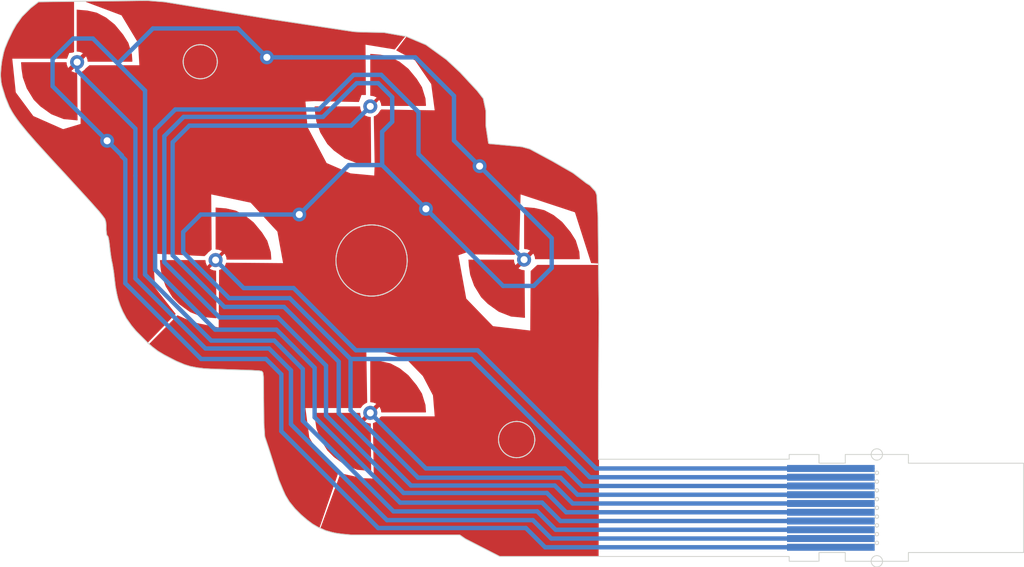
<source format=kicad_pcb>
(kicad_pcb (version 20211014) (generator pcbnew)

  (general
    (thickness 1.6)
  )

  (paper "A4")
  (layers
    (0 "F.Cu" signal)
    (31 "B.Cu" signal)
    (32 "B.Adhes" user "B.Adhesive")
    (33 "F.Adhes" user "F.Adhesive")
    (34 "B.Paste" user)
    (35 "F.Paste" user)
    (36 "B.SilkS" user "B.Silkscreen")
    (37 "F.SilkS" user "F.Silkscreen")
    (38 "B.Mask" user)
    (39 "F.Mask" user)
    (40 "Dwgs.User" user "User.Drawings")
    (41 "Cmts.User" user "User.Comments")
    (42 "Eco1.User" user "User.Eco1")
    (43 "Eco2.User" user "User.Eco2")
    (44 "Edge.Cuts" user)
    (45 "Margin" user)
    (46 "B.CrtYd" user "B.Courtyard")
    (47 "F.CrtYd" user "F.Courtyard")
    (48 "B.Fab" user)
    (49 "F.Fab" user)
    (50 "User.1" user)
    (51 "User.2" user)
    (52 "User.3" user)
    (53 "User.4" user)
    (54 "User.5" user)
    (55 "User.6" user)
    (56 "User.7" user)
    (57 "User.8" user)
    (58 "User.9" user)
  )

  (setup
    (pad_to_mask_clearance 0)
    (aux_axis_origin 84.575 106.55)
    (pcbplotparams
      (layerselection 0x00010fc_ffffffff)
      (disableapertmacros false)
      (usegerberextensions false)
      (usegerberattributes true)
      (usegerberadvancedattributes true)
      (creategerberjobfile true)
      (svguseinch false)
      (svgprecision 6)
      (excludeedgelayer true)
      (plotframeref false)
      (viasonmask false)
      (mode 1)
      (useauxorigin false)
      (hpglpennumber 1)
      (hpglpenspeed 20)
      (hpglpendiameter 15.000000)
      (dxfpolygonmode true)
      (dxfimperialunits true)
      (dxfusepcbnewfont true)
      (psnegative false)
      (psa4output false)
      (plotreference true)
      (plotvalue true)
      (plotinvisibletext false)
      (sketchpadsonfab false)
      (subtractmaskfromsilk false)
      (outputformat 1)
      (mirror false)
      (drillshape 1)
      (scaleselection 1)
      (outputdirectory "")
    )
  )

  (net 0 "")

  (gr_rect (start 101.825 107.95) (end 105.075 112.95) (layer "B.Mask") (width 0.1) (fill solid) (tstamp 2960b243-118a-4185-bce0-5676905176d7))
  (gr_circle (center 85.009706 96.425) (end 88.45 96.425) (layer "F.Mask") (width 0.1) (fill solid) (tstamp 40b4a6db-7ed5-4542-8d5c-0dd3e2ea2a7b))
  (gr_circle (center 76.234706 87.675) (end 79.675 87.675) (layer "F.Mask") (width 0.1) (fill solid) (tstamp 73a9b928-85da-4aac-94fe-d6ee84b35679))
  (gr_circle (center 67.434706 96.425) (end 70.875 96.425) (layer "F.Mask") (width 0.1) (fill solid) (tstamp a4aad249-e09d-4e97-aace-316b63647cee))
  (gr_circle (center 76.234706 105.175) (end 79.675 105.175) (layer "F.Mask") (width 0.1) (fill solid) (tstamp e3663b2e-2d60-4418-94f2-9689da630471))
  (gr_circle (center 59.509706 85.15) (end 62.95 85.15) (layer "F.Mask") (width 0.1) (fill solid) (tstamp e414d489-7dac-469b-b4f2-ade445783f1b))
  (gr_circle (center 105.125 113.5) (end 105.125 113.175) (layer "Edge.Cuts") (width 0.05) (fill none) (tstamp 099180e6-60d7-4ffa-b67f-3519272ec8e2))
  (gr_circle (center 105.125 111.45) (end 105.025 111.45) (layer "Edge.Cuts") (width 0.05) (fill none) (tstamp 12ad3c58-8dd3-48ce-b530-f4a2283b5abb))
  (gr_circle (center 66.525 84.973717) (end 67.25 85.623717) (layer "Edge.Cuts") (width 0.05) (fill none) (tstamp 2ce85dfb-a921-426b-8652-457cd164d4fd))
  (gr_circle (center 105.125 108.95) (end 105.025 108.95) (layer "Edge.Cuts") (width 0.05) (fill none) (tstamp 2f282da3-2f6e-4288-ac22-85e9bd3e2da1))
  (gr_circle (center 105.125 110.45) (end 105.025 110.45) (layer "Edge.Cuts") (width 0.05) (fill none) (tstamp 35ff2038-03ef-4fbd-8b5c-ef53aca38f9a))
  (gr_poly
    (pts
      (xy 64.475 81.55)
      (xy 70.625 82.55)
      (xy 75.275 83.25)
      (xy 75.65 83.275)
      (xy 77 83.3)
      (xy 78.275 83.525)
      (xy 79.4 84)
      (xy 80.575 84.85)
      (xy 81.35 85.575)
      (xy 82.325 86.625)
      (xy 82.675 87.075)
      (xy 82.825 87.775)
      (xy 82.825 88.625)
      (xy 82.975 89.625)
      (xy 83.025 89.65)
      (xy 84.125 89.75)
      (xy 84.875 89.825)
      (xy 85.325 89.95)
      (xy 86.625 90.65)
      (xy 87.8 91.325)
      (xy 88.55 91.9)
      (xy 88.75 92.025)
      (xy 89.075 92.375)
      (xy 89.15 92.575)
      (xy 89.225 93.875)
      (xy 89.275 99.275)
      (xy 89.25 104.125)
      (xy 89.25 107.675)
      (xy 100.125 107.675)
      (xy 100.125 107.4)
      (xy 101.825 107.4)
      (xy 101.825 107.9)
      (xy 103.325 107.9)
      (xy 103.325 107.4)
      (xy 106.925 107.4)
      (xy 106.925 107.9)
      (xy 113.5 107.9)
      (xy 113.5 113)
      (xy 106.925 113)
      (xy 106.925 113.5)
      (xy 103.325 113.5)
      (xy 103.325 113)
      (xy 101.825 113)
      (xy 101.825 113.5)
      (xy 100.125 113.5)
      (xy 100.125 113.225)
      (xy 83.6 113.225)
      (xy 81.65 112.225)
      (xy 81.325 112)
      (xy 80.85 112)
      (xy 80.325 112)
      (xy 79.4 112)
      (xy 76.375 112)
      (xy 75.125 112)
      (xy 74.6 111.95)
      (xy 74.25 111.9)
      (xy 74.025 111.85)
      (xy 73.675 111.75)
      (xy 73.225 111.55)
      (xy 72.925 111.375)
      (xy 72.625 111.15)
      (xy 72.275 110.85)
      (xy 71.925 110.5)
      (xy 71.6 110.1)
      (xy 71.375 109.725)
      (xy 71.25 109.45)
      (xy 71 108.85)
      (xy 70.425 107.05)
      (xy 70.2 106.375)
      (xy 70.15 105.6)
      (xy 70.125 103)
      (xy 70.1 102.75)
      (xy 70.075 102.7)
      (xy 70.025 102.65)
      (xy 69.875 102.625)
      (xy 69.425 102.6)
      (xy 67.15 102.525)
      (xy 66.725 102.5)
      (xy 66.325 102.45)
      (xy 65.95 102.375)
      (xy 65.625 102.275)
      (xy 65.15 102.075)
      (xy 64.475 101.725)
      (xy 64.1 101.5)
      (xy 63.775 101.25)
      (xy 63.55 101.05)
      (xy 62.85 100.35)
      (xy 62.6 100.05)
      (xy 62.3 99.625)
      (xy 62.1 99.25)
      (xy 61.95 98.9)
      (xy 61.825 98.525)
      (xy 61.75 98.2)
      (xy 61.675 97.8)
      (xy 61.575 96.95)
      (xy 61.5 96.5)
      (xy 61.475 96.4)
      (xy 61.425 96.125)
      (xy 61.375 95.75)
      (xy 61.325 95.3)
      (xy 61.3 95.15)
      (xy 61.275 95.025)
      (xy 61.25 94.95)
      (xy 61.2 94.9)
      (xy 61.175 94.825)
      (xy 61.15 94.55)
      (xy 61.15 94.3)
      (xy 61.125 94.1)
      (xy 61.075 93.95)
      (xy 60.95 93.775)
      (xy 60.75 93.525)
      (xy 60.525 93.275)
      (xy 60.35 93.075)
      (xy 59.85 92.525)
      (xy 59.3 91.925)
      (xy 59.05 91.65)
      (xy 58.775 91.35)
      (xy 58.475 91.025)
      (xy 58.45 91)
      (xy 57.9 90.4)
      (xy 57.175 89.6)
      (xy 56.65 89)
      (xy 56.225 88.475)
      (xy 56.075 88.275)
      (xy 55.9 88.025)
      (xy 55.775 87.825)
      (xy 55.625 87.55)
      (xy 55.4 87)
      (xy 55.2 86.35)
      (xy 55.175 86.225)
      (xy 55.15 86.075)
      (xy 55.125 85.725)
      (xy 55.15 85.325)
      (xy 55.2 84.925)
      (xy 55.3 84.45)
      (xy 55.375 84.2)
      (xy 55.55 83.775)
      (xy 55.825 83.2)
      (xy 56.025 82.85)
      (xy 56.35 82.4)
      (xy 56.85 81.9)
      (xy 57.3 81.55)
      (xy 63.080606 81.480073)
      (xy 63.5 81.475)
    ) (layer "Edge.Cuts") (width 0.05) (fill none) (tstamp 428f72f1-a194-4c9f-8da5-f38f380f8d85))
  (gr_circle (center 105.125 112.45) (end 105.025 112.45) (layer "Edge.Cuts") (width 0.05) (fill none) (tstamp 47102b89-d224-4c27-9c7a-5e70370eb9b2))
  (gr_circle (center 105.125 109.95) (end 105.025 109.95) (layer "Edge.Cuts") (width 0.05) (fill none) (tstamp 4d3f73fc-73ed-46e4-81cc-53b531182bbb))
  (gr_circle (center 76.3 96.325) (end 78.325 96.5) (layer "Edge.Cuts") (width 0.05) (fill none) (tstamp 665fcb33-cbbb-4bb1-907f-716cd6035b3e))
  (gr_circle (center 105.125 110.95) (end 105.025 110.95) (layer "Edge.Cuts") (width 0.05) (fill none) (tstamp 7a9ec844-2bb0-4516-880a-cf0930f1acf9))
  (gr_circle (center 105.125 111.95) (end 105.025 111.95) (layer "Edge.Cuts") (width 0.05) (fill none) (tstamp be997d28-f2ca-4772-97c0-c432634a044a))
  (gr_circle (center 84.575 106.55) (end 85.2 107.375) (layer "Edge.Cuts") (width 0.05) (fill none) (tstamp c180a1da-428b-4462-ad99-721cb35c1e92))
  (gr_circle (center 105.125 108.45) (end 105.025 108.45) (layer "Edge.Cuts") (width 0.05) (fill none) (tstamp ce72eaca-9ec0-42b9-a340-fd211fb37566))
  (gr_circle (center 105.125 107.4) (end 105.125 107.725) (layer "Edge.Cuts") (width 0.05) (fill none) (tstamp d9b3b764-4db1-4196-82bb-ea23326a63e5))
  (gr_circle (center 105.125 109.45) (end 105.025 109.45) (layer "Edge.Cuts") (width 0.05) (fill none) (tstamp e9892950-a575-4ad6-b40d-1d8be9553df9))

  (segment (start 66.325 97.375) (end 67.4 96.3) (width 0.2) (layer "F.Cu") (net 0) (tstamp 09bd9a4b-4d25-4882-9f55-e4b693daa3ba))
  (segment (start 76.225 105.025) (end 77.625 103.625) (width 0.25) (layer "F.Cu") (net 0) (tstamp 17c6647a-9270-49d7-b805-39f3bcf4e27c))
  (segment (start 75.05 106.2) (end 76.225 105.025) (width 0.25) (layer "F.Cu") (net 0) (tstamp 1d58dc98-71d2-4d74-a461-aa2a1a544141))
  (segment (start 85 96.275) (end 85.875 95.4) (width 0.25) (layer "F.Cu") (net 0) (tstamp 1e409dfc-9b23-4020-97ee-2bd4d44bd5a0))
  (segment (start 76.225 87.525) (end 75 88.75) (width 0.2) (layer "F.Cu") (net 0) (tstamp 5077572a-940e-4185-b71b-37f24f1606a9))
  (segment (start 59.5 85) (end 58.55 85.95) (width 0.25) (layer "F.Cu") (net 0) (tstamp 657d4d1b-0af0-456b-97da-2befc610ccd8))
  (segment (start 85 96.275) (end 84.025 97.25) (width 0.25) (layer "F.Cu") (net 0) (tstamp 8176ce48-20f7-488f-b255-6edd6b3a0890))
  (segment (start 76.225 87.525) (end 77.425 86.325) (width 0.2) (layer "F.Cu") (net 0) (tstamp 9868a756-09c3-4766-a328-06a1845815c2))
  (segment (start 59.5 85) (end 60.625 83.875) (width 0.25) (layer "F.Cu") (net 0) (tstamp a7689e4b-9272-4d30-9b21-06722acbce69))
  (segment (start 67.4 96.3) (end 68.65 95.05) (width 0.2) (layer "F.Cu") (net 0) (tstamp ed5ccf3e-a5d5-4d96-8558-4d77661c62fc))
  (via (at 85 96.275) (size 0.8) (drill 0.4) (layers "F.Cu" "B.Cu") (free) (net 0) (tstamp 13b727e5-2d06-4996-bdd5-1902a76656f7))
  (via (at 70.325 84.725) (size 0.8) (drill 0.4) (layers "F.Cu" "B.Cu") (net 0) (tstamp 1d45dbc6-ad7e-447a-a373-881b8c6cef90))
  (via (at 67.4 96.3) (size 0.8) (drill 0.4) (layers "F.Cu" "B.Cu") (free) (net 0) (tstamp 364b98b4-f5db-4b3f-a25b-41487fe4847e))
  (via (at 76.225 105.025) (size 0.8) (drill 0.4) (layers "F.Cu" "B.Cu") (free) (net 0) (tstamp 8447e0d7-f839-4454-b51d-46fe5949d624))
  (via (at 72.175 93.7) (size 0.8) (drill 0.4) (layers "F.Cu" "B.Cu") (net 0) (tstamp 8c2560e5-395e-4204-a8b3-43ed4cdfc9cb))
  (via (at 59.5 85) (size 0.8) (drill 0.4) (layers "F.Cu" "B.Cu") (free) (net 0) (tstamp 951b1ffe-8c12-420b-a8f0-f6f20ee377c1))
  (via (at 61.2125 89.4875) (size 0.8) (drill 0.4) (layers "F.Cu" "B.Cu") (net 0) (tstamp 9ae7f75e-690a-4d9d-9430-ffbacfb29483))
  (via (at 76.225 87.525) (size 0.8) (drill 0.4) (layers "F.Cu" "B.Cu") (free) (net 0) (tstamp af59162b-0602-475c-843b-1700d38633c5))
  (via (at 79.4 93.375) (size 0.8) (drill 0.4) (layers "F.Cu" "B.Cu") (net 0) (tstamp bf7a4b4c-c9e4-4e52-9a21-4874fc3882b3))
  (via (at 82.4625 90.9375) (size 0.8) (drill 0.4) (layers "F.Cu" "B.Cu") (net 0) (tstamp cc17e287-6235-442d-96e6-43821083d14d))
  (segment (start 87.775 110.2) (end 86.75 109.175) (width 0.25) (layer "B.Cu") (net 0) (tstamp 01689185-1e49-4ce9-9353-ad89065bc445))
  (segment (start 67.625 99.575) (end 70.95 99.575) (width 0.25) (layer "B.Cu") (net 0) (tstamp 042f84e2-63b3-4cff-96a9-21dd34b738d8))
  (segment (start 82.3 90.775) (end 82.425 90.9) (width 0.25) (layer "B.Cu") (net 0) (tstamp 0472bd1c-e517-4c64-85f4-eb184d8662d2))
  (segment (start 79.0375 93.0125) (end 76.9 90.875) (width 0.25) (layer "B.Cu") (net 0) (tstamp 04fabeea-6337-4d13-a493-b70a0ce4a077))
  (segment (start 71.625 98.475) (end 75.1 101.95) (width 0.25) (layer "B.Cu") (net 0) (tstamp 06dc1ed2-b824-4d18-a789-1bd4ec9953df))
  (segment (start 75.1 104.875) (end 78.95 108.725) (width 0.25) (layer "B.Cu") (net 0) (tstamp 07b47d74-e51e-406a-a52e-978fcbabfc49))
  (segment (start 77.475 88.4) (end 77.475 87) (width 0.25) (layer "B.Cu") (net 0) (tstamp 08cb8b0d-8676-4736-96ab-1687b8220c04))
  (segment (start 70.875 100.275) (end 73.05 102.45) (width 0.25) (layer "B.Cu") (net 0) (tstamp 0b042609-d70f-46d9-88db-032f018f9849))
  (segment (start 78.95 108.725) (end 87.075 108.725) (width 0.25) (layer "B.Cu") (net 0) (tstamp 0ea8697e-7b25-47c2-bba7-643351351b78))
  (segment (start 81 89.475) (end 82.3 90.775) (width 0.25) (layer "B.Cu") (net 0) (tstamp 125392cc-1912-4352-99cc-30f064c17fe1))
  (segment (start 77.175 111.15) (end 71.7 105.675) (width 0.25) (layer "B.Cu") (net 0) (tstamp 12625063-e09e-4dda-9065-9e335ffa4a16))
  (segment (start 61.2125 89.4875) (end 60.7625 89.0375) (width 0.25) (layer "B.Cu") (net 0) (tstamp 1437341b-b1e4-4ebd-afef-65edd8c2222e))
  (segment (start 73.7 102.325) (end 73.7 105.175) (width 0.25) (layer "B.Cu") (net 0) (tstamp 145384af-694b-486c-bc7c-6f1b982baea9))
  (segment (start 71.725 84.725) (end 78.8 84.725) (width 0.25) (layer "B.Cu") (net 0) (tstamp 166a2f4b-ca07-4220-ae5d-fd45bdbab769))
  (segment (start 72.9 92.975) (end 73.3875 92.4875) (width 0.25) (layer "B.Cu") (net 0) (tstamp 17418d71-b3f3-4c74-8862-53b33010fa2a))
  (segment (start 68.675 83.075) (end 68.75 83.15) (width 0.25) (layer "B.Cu") (net 0) (tstamp 17804fa0-b27d-40fa-9b58-c20d92d65abf))
  (segment (start 86.025 110.15) (end 87.075 111.2) (width 0.25) (layer "B.Cu") (net 0) (tstamp 195c324b-1dcb-4235-8201-621d396f76d5))
  (segment (start 71.15 102.825) (end 70.275 101.95) (width 0.25) (layer "B.Cu") (net 0) (tstamp 1df053c7-668e-4a8d-bcaa-f36237669d13))
  (segment (start 67.15 100.9) (end 63.375 97.125) (width 0.25) (layer "B.Cu") (net 0) (tstamp 1df43490-671e-4b62-a00a-fd6170015fe6))
  (segment (start 63.95 96.85) (end 67.375 100.275) (width 0.25) (layer "B.Cu") (net 0) (tstamp 21e48bb6-c3b2-4294-bb1d-fed7202c0091))
  (segment (start 76.9 88.975) (end 77.475 88.4) (width 0.25) (layer "B.Cu") (net 0) (tstamp 2293f0fa-94b8-4182-a4bd-200458318d07))
  (segment (start 70.275 101.95) (end 66.575 101.95) (width 0.25) (layer "B.Cu") (net 0) (tstamp 22c16456-504d-4652-97dd-321a46cb3bde))
  (segment (start 85.5 111.15) (end 77.175 111.15) (width 0.25) (layer "B.Cu") (net 0) (tstamp 23499b4c-f796-4fa7-977e-76e6dfde4902))
  (segment (start 85 96.275) (end 78.975 90.25) (width 0.25) (layer "B.Cu") (net 0) (tstamp 24c77c07-b57f-41ec-9b18-6ba2d25b92dd))
  (segment (start 86.575 95.05) (end 86.575 96.75) (width 0.25) (layer "B.Cu") (net 0) (tstamp 2804605f-8f57-4c60-9d68-fea7e2845d4a))
  (segment (start 85.75 110.65) (end 77.55 110.65) (width 0.25) (layer "B.Cu") (net 0) (tstamp 28a0b6db-0e48-43d5-993b-c842622febe9))
  (segment (start 79.4 108.2) (end 76.225 105.025) (width 0.25) (layer "B.Cu") (net 0) (tstamp 29484497-8fc6-46af-8079-2d63b36191b3))
  (segment (start 104.875 109.2) (end 88.325 109.2) (width 0.25) (layer "B.Cu") (net 0) (tstamp 2a20563c-59a9-4e5a-8cd4-f45476b4a89a))
  (segment (start 60.7625 89.0375) (end 58.1 86.375) (width 0.25) (layer "B.Cu") (net 0) (tstamp 2bb4d0e1-8aea-4a54-acf8-1eb52202ab21))
  (segment (start 72.375 105.475) (end 72.375 102.525) (width 0.25) (layer "B.Cu") (net 0) (tstamp 2ce4fefa-0182-4e35-9a18-a2801491e735))
  (segment (start 62.25 97.625) (end 62.25 90.575) (width 0.25) (layer "B.Cu") (net 0) (tstamp 2d95dd99-eb70-4897-a28f-a49c03b824cb))
  (segment (start 87.4 110.7) (end 104.85 110.7) (width 0.25) (layer "B.Cu") (net 0) (tstamp 2e21e1c4-7f20-4be4-a8bd-81a8a025c453))
  (segment (start 73.3875 92.4875) (end 75 90.875) (width 0.25) (layer "B.Cu") (net 0) (tstamp 32a730fe-363b-42a1-b769-84c061c58b69))
  (segment (start 85.55 97.775) (end 83.8 97.775) (width 0.25) (layer "B.Cu") (net 0) (tstamp 3324ab1b-f4b8-4d90-8640-49f740edbdff))
  (segment (start 66.825 101.35) (end 62.825 97.35) (width 0.25) (layer "B.Cu") (net 0) (tstamp 3612bb86-39da-4cba-b96e-7bdf78579634))
  (segment (start 62.05 90.375) (end 62.05 90.325) (width 0.25) (layer "B.Cu") (net 0) (tstamp 3805cd15-5f9a-4abd-9f0d-0c4f4c0161a2))
  (segment (start 65.55 94.7) (end 65.55 95.85) (width 0.25) (layer "B.Cu") (net 0) (tstamp 3a83c285-a901-4599-9a13-f190cbbedddc))
  (segment (start 76.675 111.6) (end 71.15 106.075) (width 0.25) (layer "B.Cu") (net 0) (tstamp 3c58c08a-eb85-40ae-acef-e5f9e3f9985c))
  (segment (start 85.1 111.6) (end 76.675 111.6) (width 0.25) (layer "B.Cu") (net 0) (tstamp 3dfca6bd-68e5-4e97-ab24-c226d9eaa76e))
  (segment (start 67.9 98.975) (end 64.95 96.025) (width 0.25) (layer "B.Cu") (net 0) (tstamp 3e870494-3af2-4588-8eb9-2e6c1431f583))
  (segment (start 86.2 112.7) (end 85.1 111.6) (width 0.25) (layer "B.Cu") (net 0) (tstamp 3f8d63a4-a98d-41c6-9cc2-135e22740165))
  (segment (start 87.325 108.2) (end 79.4 108.2) (width 0.25) (layer "B.Cu") (net 0) (tstamp 4050c60a-bfd1-4ad4-ba87-864e6d8a4e18))
  (segment (start 64.475 89.225) (end 64.475 96.425) (width 0.25) (layer "B.Cu") (net 0) (tstamp 4520ae62-3ee2-469e-90cf-a6459fe47b72))
  (segment (start 89.1 108.2) (end 82.35 101.45) (width 0.25) (layer "B.Cu") (net 0) (tstamp 45512810-bcb3-4343-ae0e-2772389b4f34))
  (segment (start 86.55 112.2) (end 85.5 111.15) (width 0.25) (layer "B.Cu") (net 0) (tstamp 49258f7f-e479-4a12-a9b4-0b0221a73992))
  (segment (start 86.75 109.175) (end 78.55 109.175) (width 0.25) (layer "B.Cu") (net 0) (tstamp 4f33f1ac-2fe8-429f-a6d8-4696eae693c0))
  (segment (start 79.4 93.375) (end 79.0375 93.0125) (width 0.25) (layer "B.Cu") (net 0) (tstamp 5053df11-5efa-4688-afea-463174a83d92))
  (segment (start 104.875 112.2) (end 86.55 112.2) (width 0.25) (layer "B.Cu") (net 0) (tstamp 526d5746-8a37-4d42-b41b-4ba358769e2c))
  (segment (start 70.75 100.9) (end 67.15 100.9) (width 0.25) (layer "B.Cu") (net 0) (tstamp 55c22ebc-feae-493a-9a05-4347872f42ad))
  (segment (start 68.75 83.15) (end 70.25 84.65) (width 0.25) (layer "B.Cu") (net 0) (tstamp 57bfa766-c950-48e4-8cbc-545aa61cfc0a))
  (segment (start 65.1 87.7) (end 63.95 88.85) (width 0.25) (layer "B.Cu") (net 0) (tstamp 615ce523-e015-467f-8e2a-1040fbbf7165))
  (segment (start 78.55 109.175) (end 74.425 105.05) (width 0.25) (layer "B.Cu") (net 0) (tstamp 621148e4-38ca-4efc-9e71-74cb27898746))
  (segment (start 88.325 109.2) (end 87.325 108.2) (width 0.25) (layer "B.Cu") (net 0) (tstamp 634cfac5-0981-4f81-9e1c-7b3156f7d92d))
  (segment (start 67.375 100.275) (end 70.875 100.275) (width 0.25) (layer "B.Cu") (net 0) (tstamp 64de3ded-f94d-48a3-a57b-0d9b9e1d6cab))
  (segment (start 73.05 105.275) (end 77.925 110.15) (width 0.25) (layer "B.Cu") (net 0) (tstamp 673c021b-bb3d-460c-bafb-f7f19b4d15c0))
  (segment (start 88.75 108.7) (end 82 101.95) (width 0.25) (layer "B.Cu") (net 0) (tstamp 6c3f23e2-76a7-4e1a-81a7-c75debcfaebf))
  (segment (start 59.275 83.65) (end 60.4 83.65) (width 0.25) (layer "B.Cu") (net 0) (tstamp 6dad5bb1-a712-446a-b660-d7797d764a32))
  (segment (start 65.9 88.625) (end 75.125 88.625) (width 0.25) (layer "B.Cu") (net 0) (tstamp 6f7ed3b7-0cd8-49f8-b106-59b4a3631569))
  (segment (start 104.85 109.7) (end 104.875 109.725) (width 0.25) (layer "B.Cu") (net 0) (tstamp 703220c2-ead7-481b-a4ed-a85fd3cc5054))
  (segment (start 72.9 92.975) (end 72.175 93.7) (width 0.25) (layer "B.Cu") (net 0) (tstamp 7142c3c0-0dad-4fb2-a229-b8c1a25c8997))
  (segment (start 76.675 86.2) (end 75.45 86.2) (width 0.25) (layer "B.Cu") (net 0) (tstamp 768fc7ba-2d9f-44b1-9741-fa67f952b0cc))
  (segment (start 62.25 90.575) (end 62.05 90.375) (width 0.25) (layer "B.Cu") (net 0) (tstamp 7b0287f2-662c-4d6b-8909-b2fc89ebd432))
  (segment (start 62.05 90.325) (end 61.45 89.725) (width 0.25) (layer "B.Cu") (net 0) (tstamp 7eba27eb-2d47-4704-b3ca-82e27e49b62f))
  (segment (start 68.175 98.475) (end 71.625 98.475) (width 0.25) (layer "B.Cu") (net 0) (tstamp 7fc18ace-4751-4039-8af7-383a2ad49586))
  (segment (start 87.075 108.725) (end 88.05 109.7) (width 0.25) (layer "B.Cu") (net 0) (tstamp 836f0dc3-9379-43a6-bf26-d3666fd4b766))
  (segment (start 63.825 83.075) (end 68.675 83.075) (width 0.25) (layer "B.Cu") (net 0) (tstamp 8464784d-ddc4-449a-b44d-2c66fa415996))
  (segment (start 71.3 98.975) (end 67.9 98.975) (width 0.25) (layer "B.Cu") (net 0) (tstamp 84fe244b-9403-4639-a359-9531e247e70d))
  (segment (start 71.85 97.9) (end 69 97.9) (width 0.25) (layer "B.Cu") (net 0) (tstamp 85311751-e332-47d4-8ab0-7a38513a986d))
  (segment (start 71.15 106.075) (end 71.15 102.825) (width 0.25) (layer "B.Cu") (net 0) (tstamp 8c080ae0-2f3c-446d-b8e7-bbb9c5fd6817))
  (segment (start 73.525 88.125) (end 65.575 88.125) (width 0.25) (layer "B.Cu") (net 0) (tstamp 8d5837cb-cf65-49ae-8d25-47d905b65ee1))
  (segment (start 75.275 85.725) (end 73.3 87.7) (width 0.25) (layer "B.Cu") (net 0) (tstamp 8efc93e0-4971-4bbe-8589-421e460c2198))
  (segment (start 62.825 97.35) (end 62.825 91.475) (width 0.25) (layer "B.Cu") (net 0) (tstamp 96e41538-7111-47f2-9d1f-47595d9236f7))
  (segment (start 82 101.95) (end 75.1 101.95) (width 0.25) (layer "B.Cu") (net 0) (tstamp 9735273a-eddd-4ed2-8432-fb7d9895ee1a))
  (segment (start 86.8 111.7) (end 85.75 110.65) (width 0.25) (layer "B.Cu") (net 0) (tstamp 9aa3b2f2-fe60-4e90-a7b1-2637350745ff))
  (segment (start 75.4 101.45) (end 71.85 97.9) (width 0.25) (layer "B.Cu") (net 0) (tstamp 9c0ea62f-495c-4013-a4e4-6329d12c2abd))
  (segment (start 76.85 85.725) (end 75.275 85.725) (width 0.25) (layer "B.Cu") (net 0) (tstamp 9d36f64b-6445-46ff-b521-f1f4982f21f9))
  (segment (start 75.125 88.625) (end 76.225 87.525) (width 0.25) (layer "B.Cu") (net 0) (tstamp 9d6b6e8d-545e-4943-9891-e8c6687b664d))
  (segment (start 82.425 90.9) (end 82.4625 90.9375) (width 0.25) (layer "B.Cu") (net 0) (tstamp 9d71a950-9072-4db3-a881-3a71ac3b4166))
  (segment (start 86.575 96.75) (end 85.55 97.775) (width 0.25) (layer "B.Cu") (net 0) (tstamp 9e1f8ac9-55f0-4b67-8448-bc7b966092b9))
  (segment (start 63.375 97.125) (end 63.375 86.625) (width 0.25) (layer "B.Cu") (net 0) (tstamp a0081348-a6bc-4b47-9eca-156bdfa69932))
  (segment (start 74.425 105.05) (end 74.425 102.1) (width 0.25) (layer "B.Cu") (net 0) (tstamp a3b3a35d-f556-42ed-802f-4f47eaf65432))
  (segment (start 58.1 84.825) (end 59.275 83.65) (width 0.25) (layer "B.Cu") (net 0) (tstamp a43c6d1e-30e1-4ce6-928a-cb637a8c3f88))
  (segment (start 104.875 108.7) (end 88.75 108.7) (width 0.25) (layer "B.Cu") (net 0) (tstamp a7b56d81-1ac0-4253-a179-6d099ecacf63))
  (segment (start 72.175 93.7) (end 66.55 93.7) (width 0.25) (layer "B.Cu") (net 0) (tstamp a8547a17-e370-488d-b142-e8a5f3ee1367))
  (segment (start 81 86.925) (end 81 89.475) (width 0.25) (layer "B.Cu") (net 0) (tstamp aa253375-61e2-4019-bf15-fee893237e98))
  (segment (start 71.7 102.6) (end 70.45 101.35) (width 0.25) (layer "B.Cu") (net 0) (tstamp aab36f96-2643-4e31-bca2-3d155f7ff90b))
  (segment (start 78.8 84.725) (end 81 86.925) (width 0.25) (layer "B.Cu") (net 0) (tstamp ab322106-60db-4758-a5a5-5540ccc57837))
  (segment (start 73.3 87.7) (end 65.1 87.7) (width 0.25) (layer "B.Cu") (net 0) (tstamp ab32a6dd-6150-4142-ac1c-210eefeb2c16))
  (segment (start 63.95 88.85) (end 63.95 96.85) (width 0.25) (layer "B.Cu") (net 0) (tstamp ae0f9baa-81ec-41e8-a3f6-88511237e536))
  (segment (start 65.575 88.125) (end 64.475 89.225) (width 0.25) (layer "B.Cu") (net 0) (tstamp b0fd2708-7e25-4cc7-83c8-99d985a2e351))
  (segment (start 83.8 97.775) (end 79.8125 93.7875) (width 0.25) (layer "B.Cu") (net 0) (tstamp b249e2e7-6983-4138-93bb-49bcf019938b))
  (segment (start 77.475 87) (end 76.675 86.2) (width 0.25) (layer "B.Cu") (net 0) (tstamp b2f62ccb-453e-4811-9035-2e2bd7349ff6))
  (segment (start 104.875 108.2) (end 89.1 108.2) (width 0.25) (layer "B.Cu") (net 0) (tstamp b37f0544-725a-4515-b535-0bef1c7489d5))
  (segment (start 71.7 105.675) (end 71.7 102.6) (width 0.25) (layer "B.Cu") (net 0) (tstamp b571ac7b-3f87-4662-b8c5-6235a360e153))
  (segment (start 63.375 86.625) (end 61.825 85.075) (width 0.25) (layer "B.Cu") (net 0) (tstamp b5739b62-3b09-4085-a1ac-790ee14549d3))
  (segment (start 62.825 88.8) (end 59.5 85.475) (width 0.25) (layer "B.Cu") (net 0) (tstamp b65da48e-0d34-430e-89e1-5961eee3c0a2))
  (segment (start 75 90.875) (end 76.9 90.875) (width 0.25) (layer "B.Cu") (net 0) (tstamp b75e6a5c-8b44-4fdd-9845-abae84a0df5e))
  (segment (start 61.825 85.075) (end 63.825 83.075) (width 0.25) (layer "B.Cu") (net 0) (tstamp b77d842b-9037-4298-9dac-0c5f702f65cb))
  (segment (start 78.975 90.25) (end 78.975 87.85) (width 0.25) (layer "B.Cu") (net 0) (tstamp b7ca5bf5-3a97-4d12-9d49-07a12a62ac50))
  (segment (start 76.9 90.875) (end 76.9 88.975) (width 0.25) (layer "B.Cu") (net 0) (tstamp b7e68a17-463a-40ec-87e3-245fddae2cee))
  (segment (start 64.475 96.425) (end 67.625 99.575) (width 0.25) (layer "B.Cu") (net 0) (tstamp b90285b3-62f5-43ae-bf89-37d3cea44cfa))
  (segment (start 78.975 87.85) (end 76.85 85.725) (width 0.25) (layer "B.Cu") (net 0) (tstamp ba0f12f9-5008-462f-827a-53c5acd63d3f))
  (segment (start 72.375 102.525) (end 70.75 100.9) (width 0.25) (layer "B.Cu") (net 0) (tstamp baafa235-9cd3-4ae4-90d0-b151b3309963))
  (segment (start 77.925 110.15) (end 86.025 110.15) (width 0.25) (layer "B.Cu") (net 0) (tstamp bd08a730-6b9d-40e4-87a3-3ec6bb6517cc))
  (segment (start 86.3 109.6) (end 87.4 110.7) (width 0.25) (layer "B.Cu") (net 0) (tstamp bd2abe70-bdef-46be-af90-e894d081e6fc))
  (segment (start 73.05 102.45) (end 73.05 105.275) (width 0.25) (layer "B.Cu") (net 0) (tstamp bebfeba4-5fb1-4702-9b62-433cc92ff16c))
  (segment (start 75.45 86.2) (end 73.525 88.125) (width 0.25) (layer "B.Cu") (net 0) (tstamp c56ee16e-d404-4c90-ae3f-4b245d5b9331))
  (segment (start 64.95 96.025) (end 64.95 89.575) (width 0.25) (layer "B.Cu") (net 0) (tstamp caa21832-bee9-44d8-85c6-ccadb5b67c6f))
  (segment (start 69 97.9) (end 67.4 96.3) (width 0.25) (layer "B.Cu") (net 0) (tstamp cf14b8de-017e-4aa9-83a8-272e39dfd04d))
  (segment (start 75.1 101.95) (end 75.1 104.875) (width 0.25) (layer "B.Cu") (net 0) (tstamp d1098b76-980b-44a0-8711-957e7f005b42))
  (segment (start 59.5 85.475) (end 59.5 85) (width 0.25) (layer "B.Cu") (net 0) (tstamp d3674fbc-a388-47fa-b7e2-8a99ebaaf5f1))
  (segment (start 88.05 109.7) (end 104.85 109.7) (width 0.25) (layer "B.Cu") (net 0) (tstamp d3c2dc1d-63cc-41a7-960e-85fd642e85e2))
  (segment (start 70.45 101.35) (end 66.825 101.35) (width 0.25) (layer "B.Cu") (net 0) (tstamp d48d9f1a-c3e6-4e80-be1a-24dedb388e89))
  (segment (start 61.45 89.725) (end 61.2125 89.4875) (width 0.25) (layer "B.Cu") (net 0) (tstamp d5ee352e-12b2-471e-87c3-0643b6bd61f4))
  (segment (start 70.325 84.725) (end 71.725 84.725) (width 0.25) (layer "B.Cu") (net 0) (tstamp d6168bba-d76a-4755-8c1f-9e6b93d05f2c))
  (segment (start 82.4625 90.9375) (end 86.575 95.05) (width 0.25) (layer "B.Cu") (net 0) (tstamp d885c863-3907-4f98-84d6-f304b1d46304))
  (segment (start 70.95 99.575) (end 73.7 102.325) (width 0.25) (layer "B.Cu") (net 0) (tstamp dc622c49-85d1-4e64-bdf6-e823c7fb880f))
  (segment (start 79.5625 93.5375) (end 79.5375 93.5125) (width 0.25) (layer "B.Cu") (net 0) (tstamp de4bedb1-ea55-4ce1-a174-4732c0226958))
  (segment (start 79.8125 93.7875) (end 79.5625 93.5375) (width 0.25) (layer "B.Cu") (net 0) (tstamp de78fdd8-8cb6-4b29-a96e-df27d14bbb79))
  (segment (start 64.95 89.575) (end 65.9 88.625) (width 0.25) (layer "B.Cu") (net 0) (tstamp def05e2f-4565-4fba-ac4f-b9f9a997b564))
  (segment (start 79.5375 93.5125) (end 79.4 93.375) (width 0.25) (layer "B.Cu") (net 0) (tstamp e0718b74-05cb-4f6c-b4c0-787a58b7e202))
  (segment (start 60.4 83.65) (end 61.825 85.075) (width 0.25) (layer "B.Cu") (net 0) (tstamp e26e631e-554b-4d07-95e3-e7fb21f52917))
  (segment (start 73.7 105.175) (end 78.125 109.6) (width 0.25) (layer "B.Cu") (net 0) (tstamp e2da9f39-1912-49f5-b1c0-45c8f16d5b6a))
  (segment (start 77.55 110.65) (end 72.375 105.475) (width 0.25) (layer "B.Cu") (net 0) (tstamp e5064d12-cc65-4145-861c-9e87b534bb00))
  (segment (start 104.85 111.7) (end 86.8 111.7) (width 0.25) (layer "B.Cu") (net 0) (tstamp e5398e08-6151-49ab-85cf-b7fbfab65a6f))
  (segment (start 74.425 102.1) (end 71.3 98.975) (width 0.25) (layer "B.Cu") (net 0) (tstamp e5c63481-144b-441e-a6a7-0b1bcc6f82d2))
  (segment (start 87.075 111.2) (end 104.875 111.2) (width 0.25) (layer "B.Cu") (net 0) (tstamp e63b0cb5-92a2-4675-a0f4-621c9715d076))
  (segment (start 62.825 91.5) (end 62.825 88.8) (width 0.25) (layer "B.Cu") (net 0) (tstamp ea20d720-fdf7-49f7-8295-1b73551d7397))
  (segment (start 82.35 101.45) (end 75.4 101.45) (width 0.25) (layer "B.Cu") (net 0) (tstamp eb921013-c380-444c-a801-39b92ccd7b2f))
  (segment (start 66.55 93.7) (end 65.55 94.7) (width 0.25) (layer "B.Cu") (net 0) (tstamp f23ec90e-2617-47d5-8512-2b64d5087022))
  (segment (start 58.1 86.375) (end 58.1 84.825) (width 0.25) (layer "B.Cu") (net 0) (tstamp f5812416-7dae-4700-aa0f-a9aa35047adb))
  (segment (start 78.125 109.6) (end 86.3 109.6) (width 0.25) (layer "B.Cu") (net 0) (tstamp f67dfd4a-a4f5-4130-8977-d243b3621c3e))
  (segment (start 66.575 101.95) (end 62.25 97.625) (width 0.25) (layer "B.Cu") (net 0) (tstamp f91bb24a-86f0-4126-98df-e36346725bac))
  (segment (start 65.55 95.85) (end 68.175 98.475) (width 0.25) (layer "B.Cu") (net 0) (tstamp fb704724-0a4f-4e2c-9655-d9ea72ca2186))
  (segment (start 104.875 110.2) (end 87.775 110.2) (width 0.25) (layer "B.Cu") (net 0) (tstamp fbdfd0b8-2d23-417f-99cc-c8e5643973cc))
  (segment (start 70.25 84.65) (end 70.325 84.725) (width 0.25) (layer "B.Cu") (net 0) (tstamp fc6c5c7b-f029-4ee6-93d8-3fd2c5887335))
  (segment (start 104.85 112.7) (end 86.2 112.7) (width 0.25) (layer "B.Cu") (net 0) (tstamp fdc9c204-8e1a-4b4f-b02c-73ef70c5fd5f))

  (zone (net 0) (net_name "") (layer "F.Cu") (tstamp 21bc4ca1-5e40-4839-9705-25d104d41dec) (hatch edge 0.508)
    (connect_pads yes (clearance 0.0255))
    (min_thickness 0.0255) (filled_areas_thickness no)
    (fill yes (thermal_gap 0.0255) (thermal_bridge_width 0.0255))
    (polygon
      (pts
        (xy 76.825 102.075)
        (xy 77.375 102.2)
        (xy 77.9 102.475)
        (xy 78.4 102.875)
        (xy 78.875 103.45)
        (xy 79.175 103.925)
        (xy 79.375 104.575)
        (xy 79.4 104.925)
        (xy 79.4 105)
        (xy 76.55 105)
        (xy 76.25 105.25)
        (xy 76.275 108.35)
        (xy 75.475 108.275)
        (xy 74.775 108)
        (xy 74.15 107.55)
        (xy 73.775 107.175)
        (xy 73.375 106.525)
        (xy 73.15 105.9)
        (xy 73.075 105.4)
        (xy 73.05 105.025)
        (xy 76.225 105.025)
        (xy 76.225 102.025)
      )
    )
    (filled_polygon
      (layer "F.Cu")
      (island)
      (pts
        (xy 75.642323 105.028441)
        (xy 75.645663 105.035216)
        (xy 75.664956 105.181762)
        (xy 75.725464 105.327841)
        (xy 75.821718 105.453282)
        (xy 75.947159 105.549536)
        (xy 75.94787 105.54983)
        (xy 75.947869 105.54983)
        (xy 76.092525 105.609749)
        (xy 76.092527 105.60975)
        (xy 76.093238 105.610044)
        (xy 76.144977 105.616856)
        (xy 76.24294 105.629753)
        (xy 76.250728 105.634249)
        (xy 76.253156 105.641307)
        (xy 76.274895 108.336992)
        (xy 76.27152 108.345328)
        (xy 76.26324 108.348837)
        (xy 76.262053 108.348786)
        (xy 75.476649 108.275155)
        (xy 75.473452 108.274392)
        (xy 74.776377 108.000541)
        (xy 74.773807 107.999141)
        (xy 74.150771 107.550555)
        (xy 74.149328 107.549328)
        (xy 73.775973 107.175973)
        (xy 73.774275 107.173822)
        (xy 73.375636 106.526033)
        (xy 73.374588 106.523855)
        (xy 73.150393 105.901093)
        (xy 73.149828 105.898856)
        (xy 73.075072 105.400479)
        (xy 73.074968 105.399518)
        (xy 73.060498 105.182475)
        (xy 73.050835 105.037531)
        (xy 73.053716 105.029013)
        (xy 73.062559 105.025)
        (xy 75.634014 105.025)
      )
    )
    (filled_polygon
      (layer "F.Cu")
      (island)
      (pts
        (xy 76.237726 102.026061)
        (xy 76.740395 102.06795)
        (xy 76.824174 102.074931)
        (xy 76.825801 102.075182)
        (xy 77.373507 102.199661)
        (xy 77.376355 102.20071)
        (xy 77.898999 102.474476)
        (xy 77.900887 102.47571)
        (xy 78.399055 102.874244)
        (xy 78.400772 102.875934)
        (xy 78.874527 103.449427)
        (xy 78.875402 103.450636)
        (xy 79.174164 103.923676)
        (xy 79.17546 103.926495)
        (xy 79.374605 104.573719)
        (xy 79.375095 104.576337)
        (xy 79.39997 104.92458)
        (xy 79.4 104.925417)
        (xy 79.4 104.98825)
        (xy 79.396559 104.996559)
        (xy 79.38825 105)
        (xy 76.862695 105)
        (xy 76.854386 104.996559)
        (xy 76.851046 104.989784)
        (xy 76.842462 104.92458)
        (xy 76.835044 104.868238)
        (xy 76.830968 104.858396)
        (xy 76.77483 104.722869)
        (xy 76.774536 104.722159)
        (xy 76.678282 104.596718)
        (xy 76.552841 104.500464)
        (xy 76.475862 104.468578)
        (xy 76.407475 104.440251)
        (xy 76.407473 104.44025)
        (xy 76.406762 104.439956)
        (xy 76.25 104.419318)
        (xy 76.238282 104.420861)
        (xy 76.229597 104.418533)
        (xy 76.2251 104.410744)
        (xy 76.225 104.409211)
        (xy 76.225 102.03777)
        (xy 76.228441 102.029461)
        (xy 76.23675 102.02602)
      )
    )
  )
  (zone (net 0) (net_name "") (layer "F.Cu") (tstamp 330758b3-ff04-4116-81d7-97ec47c05afa) (hatch edge 0.508)
    (connect_pads yes (clearance 0.0255))
    (min_thickness 0.0255) (filled_areas_thickness no)
    (fill yes (thermal_gap 0.0255) (thermal_bridge_width 0.0255))
    (polygon
      (pts
        (xy 59.325 84.45)
        (xy 59.05 84.475)
        (xy 58.925 84.8)
        (xy 55.8 84.8)
        (xy 56 86.725)
        (xy 57 88.075)
        (xy 58.7 88.825)
        (xy 59.7 88.525)
        (xy 59.7 85.6)
        (xy 60.2 85.175)
        (xy 63.05 85.175)
        (xy 62.977161 83.901066)
        (xy 62.030848 82.326536)
        (xy 59.9 81.525)
        (xy 63.5 81.475)
        (xy 64.475 81.55)
        (xy 69.829172 82.425)
        (xy 75.275 83.25)
        (xy 77 83.3)
        (xy 78.225 83.525)
        (xy 77.625 84.275)
        (xy 75.952539 83.99998)
        (xy 75.975 86.875)
        (xy 75.725 86.875)
        (xy 75.575 87.275)
        (xy 73.025 87.225)
        (xy 72.525 87.25)
        (xy 72.644257 88.703041)
        (xy 73.73277 90.759122)
        (xy 75.1 91.35)
        (xy 76.45 91.475)
        (xy 76.475 90.85)
        (xy 76.425 88.1)
        (xy 76.85 87.7)
        (xy 79.9 87.75)
        (xy 79.7 86.25)
        (xy 78.775 84.9)
        (xy 77.7 84.325)
        (xy 78.3 83.525)
        (xy 79.425 84)
        (xy 80.575 84.85)
        (xy 81.35 85.6)
        (xy 82.3 86.6)
        (xy 82.675 87.075)
        (xy 82.825 87.775)
        (xy 82.825 88.625)
        (xy 82.975 89.625)
        (xy 83.025 89.65)
        (xy 84.9 89.825)
        (xy 85.375 89.975)
        (xy 87.825 91.325)
        (xy 88.75 92.025)
        (xy 89.075 92.375)
        (xy 89.175 92.6)
        (xy 89.25 96.5)
        (xy 88.825 96.475)
        (xy 87.9 93.575)
        (xy 84.8 92.55)
        (xy 84.725 95.7)
        (xy 84.45 96)
        (xy 81.825 95.975)
        (xy 81.825 95.825)
        (xy 81.25 96.025)
        (xy 81.7 98.5)
        (xy 83.225 100.075)
        (xy 85.35 100.325)
        (xy 85.375 96.925)
        (xy 85.75 96.575)
        (xy 89.25 96.575)
        (xy 89.275 107.625)
        (xy 89.25 113.225)
        (xy 83.6 113.225)
        (xy 81.65 112.225)
        (xy 81.325 112)
        (xy 75.125 112)
        (xy 74.25 111.9)
        (xy 74.025 111.85)
        (xy 73.675 111.75)
        (xy 73.375 111.625)
        (xy 74.525 108.475)
        (xy 75.798633 108.756192)
        (xy 76.425 108.775)
        (xy 76.375 105.575)
        (xy 76.85 105.225)
        (xy 79.9 105.225)
        (xy 79.8 104.025)
        (xy 79.225 102.925)
        (xy 78.325 102)
        (xy 76.975 101.55)
        (xy 76 101.5)
        (xy 76.05 104.425)
        (xy 75.675 104.75)
        (xy 72.525 104.75)
        (xy 72.745473 106.425596)
        (xy 73.365024 107.485707)
        (xy 74.4 108.45)
        (xy 73.325 111.6)
        (xy 72.9 111.35)
        (xy 72.275 110.85)
        (xy 71.925 110.5)
        (xy 71.6 110.1)
        (xy 71.35 109.675)
        (xy 70.975 108.775)
        (xy 70.2 106.375)
        (xy 70.15 105.575)
        (xy 70.125 103)
        (xy 70.1 102.725)
        (xy 70.025 102.65)
        (xy 69.825 102.625)
        (xy 67.45 102.525)
        (xy 66.7 102.5)
        (xy 66.225 102.425)
        (xy 65.95 102.375)
        (xy 65.625 102.275)
        (xy 65.15 102.075)
        (xy 64.45 101.7)
        (xy 64.075 101.475)
        (xy 63.6 101.1)
        (xy 65.225 99.45)
        (xy 66.124145 99.854195)
        (xy 67.575 100.15)
        (xy 67.6 96.85)
        (xy 67.875 96.775)
        (xy 68 96.45)
        (xy 71.25 96.475)
        (xy 70.925 94.675)
        (xy 69.4 93.025)
        (xy 67.15 92.55)
        (xy 67.175 95.7)
        (xy 66.775 96.075)
        (xy 63.825 95.931518)
        (xy 63.95 97.875)
        (xy 65.125 99.375)
        (xy 63.525 101.025)
        (xy 62.85 100.35)
        (xy 62.6 100.05)
        (xy 62.3 99.625)
        (xy 62.1 99.25)
        (xy 61.95 98.9)
        (xy 61.825 98.5)
        (xy 61.75 98.175)
        (xy 61.675 97.8)
        (xy 61.575 96.95)
        (xy 61.5 96.5)
        (xy 61.475 96.4)
        (xy 61.425 96.125)
        (xy 61.325 95.3)
        (xy 61.275 95.05)
        (xy 61.25 94.95)
        (xy 61.2 94.9)
        (xy 61.175 94.823943)
        (xy 61.15 94.55)
        (xy 61.15 94.3)
        (xy 61.125 94.099589)
        (xy 61.05 93.9)
        (xy 60.75 93.525)
        (xy 56.7 89.05)
        (xy 56.4 88.7)
        (xy 55.925 88.075)
        (xy 55.625 87.55)
        (xy 55.4 86.975)
        (xy 55.2 86.35)
        (xy 55.15 86.05)
        (xy 55.125 85.725)
        (xy 55.2 84.9)
        (xy 55.375 84.2)
        (xy 55.525 83.825)
        (xy 55.975 82.9)
        (xy 56.375 82.35)
        (xy 56.875 81.875)
        (xy 57.325 81.55)
        (xy 59.325 81.525)
      )
    )
    (filled_polygon
      (layer "F.Cu")
      (island)
      (pts
        (xy 63.499678 81.501052)
        (xy 64.471414 81.575801)
        (xy 64.472388 81.575916)
        (xy 70.615856 82.574855)
        (xy 70.615886 82.574863)
        (xy 70.616016 82.574941)
        (xy 70.616426 82.575003)
        (xy 70.616427 82.575003)
        (xy 70.6209 82.575676)
        (xy 70.621033 82.575696)
        (xy 70.625931 82.576493)
        (xy 70.626077 82.576459)
        (xy 70.626111 82.576461)
        (xy 75.266541 83.275019)
        (xy 75.267234 83.275164)
        (xy 75.268111 83.275598)
        (xy 75.269755 83.275708)
        (xy 75.271707 83.275838)
        (xy 75.272673 83.275943)
        (xy 75.275097 83.276308)
        (xy 75.2751 83.276308)
        (xy 75.276243 83.27648)
        (xy 75.277193 83.276244)
        (xy 75.277906 83.276251)
        (xy 75.481097 83.289797)
        (xy 75.643555 83.300628)
        (xy 75.643806 83.300664)
        (xy 75.644348 83.3009)
        (xy 75.64705 83.30095)
        (xy 75.648621 83.300979)
        (xy 75.649186 83.301003)
        (xy 75.652276 83.301209)
        (xy 75.65343 83.301286)
        (xy 75.653988 83.301097)
        (xy 75.654237 83.301083)
        (xy 76.933714 83.324777)
        (xy 76.996564 83.325941)
        (xy 76.998387 83.326118)
        (xy 78.193171 83.536961)
        (xy 78.200753 83.541793)
        (xy 78.202698 83.550573)
        (xy 78.200302 83.555871)
        (xy 77.629296 84.26963)
        (xy 77.621419 84.273968)
        (xy 77.618214 84.273884)
        (xy 77.048304 84.180168)
        (xy 75.952539 83.99998)
        (xy 75.952552 84.001654)
        (xy 75.974907 86.863158)
        (xy 75.97153 86.871493)
        (xy 75.963157 86.875)
        (xy 75.725 86.875)
        (xy 75.724559 86.876177)
        (xy 75.577919 87.267215)
        (xy 75.571779 87.273786)
        (xy 75.566687 87.274837)
        (xy 73.025215 87.225004)
        (xy 73.025209 87.225004)
        (xy 73.025 87.225)
        (xy 73.024782 87.225011)
        (xy 73.024776 87.225011)
        (xy 72.527334 87.249883)
        (xy 72.527333 87.249883)
        (xy 72.525 87.25)
        (xy 72.644257 88.703041)
        (xy 73.73277 90.759122)
        (xy 73.73461 90.759917)
        (xy 75.09915 91.349633)
        (xy 75.099152 91.349633)
        (xy 75.1 91.35)
        (xy 76.45 91.475)
        (xy 76.475 90.85)
        (xy 76.453641 89.67526)
        (xy 76.425095 88.105203)
        (xy 76.42879 88.096433)
        (xy 76.438358 88.087428)
        (xy 76.441914 88.085128)
        (xy 76.466366 88.075)
        (xy 76.527841 88.049536)
        (xy 76.653282 87.953282)
        (xy 76.749536 87.827841)
        (xy 76.771169 87.775615)
        (xy 76.77397 87.771558)
        (xy 76.846526 87.70327)
        (xy 76.85477 87.700078)
        (xy 78.090946 87.720343)
        (xy 79.897663 87.749962)
        (xy 79.897664 87.749962)
        (xy 79.9 87.75)
        (xy 79.89377 87.70327)
        (xy 79.700183 86.25137)
        (xy 79.700182 86.251369)
        (xy 79.7 86.25)
        (xy 78.961707 85.172492)
        (xy 78.775799 84.901166)
        (xy 78.775 84.9)
        (xy 78.773755 84.899334)
        (xy 78.773754 84.899333)
        (xy 78.131158 84.555619)
        (xy 77.712072 84.331457)
        (xy 77.70637 84.324505)
        (xy 77.707254 84.315555)
        (xy 77.708215 84.314047)
        (xy 78.272401 83.561799)
        (xy 78.280139 83.557217)
        (xy 78.286371 83.558024)
        (xy 79.385928 84.022282)
        (xy 79.388245 84.023587)
        (xy 79.414786 84.042787)
        (xy 80.50571 84.831965)
        (xy 80.557837 84.869674)
        (xy 80.558975 84.870611)
        (xy 81.217983 85.487103)
        (xy 81.331275 85.593086)
        (xy 81.331857 85.593671)
        (xy 82.304826 86.641484)
        (xy 82.305475 86.642247)
        (xy 82.649174 87.084143)
        (xy 82.651387 87.088893)
        (xy 82.79782 87.772247)
        (xy 82.798739 87.776535)
        (xy 82.799 87.778997)
        (xy 82.799 88.620376)
        (xy 82.798847 88.621622)
        (xy 82.7988 88.622622)
        (xy 82.798521 88.623743)
        (xy 82.798693 88.624887)
        (xy 82.79887 88.626069)
        (xy 82.799 88.627812)
        (xy 82.799 88.630171)
        (xy 82.799443 88.631239)
        (xy 82.799637 88.632216)
        (xy 82.799975 88.633434)
        (xy 82.948671 89.62474)
        (xy 82.948771 89.627316)
        (xy 82.948303 89.633899)
        (xy 82.949834 89.635664)
        (xy 82.95322 89.639569)
        (xy 82.954405 89.6412)
        (xy 82.958273 89.64763)
        (xy 82.960542 89.648194)
        (xy 82.960544 89.648196)
        (xy 82.964673 89.649223)
        (xy 82.96709 89.650115)
        (xy 83.013093 89.673115)
        (xy 83.013223 89.673182)
        (xy 83.017496 89.675425)
        (xy 83.01776 89.675449)
        (xy 83.017998 89.675568)
        (xy 83.019024 89.675641)
        (xy 83.019028 89.675642)
        (xy 83.022785 89.675909)
        (xy 83.023016 89.675927)
        (xy 84.122483 89.775878)
        (xy 84.122588 89.775888)
        (xy 84.869196 89.85055)
        (xy 84.871172 89.850921)
        (xy 85.313965 89.97392)
        (xy 85.316392 89.974895)
        (xy 86.527965 90.62728)
        (xy 86.612257 90.672668)
        (xy 86.612522 90.672817)
        (xy 86.920952 90.85)
        (xy 87.78487 91.346294)
        (xy 87.786166 91.347157)
        (xy 88.153342 91.628658)
        (xy 88.53044 91.917766)
        (xy 88.531189 91.918403)
        (xy 88.531835 91.919307)
        (xy 88.532818 91.919921)
        (xy 88.53282 91.919923)
        (xy 88.534692 91.921093)
        (xy 88.535614 91.921732)
        (xy 88.538285 91.92378)
        (xy 88.539354 91.924066)
        (xy 88.540219 91.924547)
        (xy 88.731981 92.0444)
        (xy 88.734357 92.046363)
        (xy 88.932075 92.25929)
        (xy 89.050878 92.387233)
        (xy 89.05327 92.391102)
        (xy 89.123645 92.578768)
        (xy 89.124373 92.582216)
        (xy 89.198611 93.86899)
        (xy 89.198991 93.875581)
        (xy 89.199009 93.876134)
        (xy 89.223173 96.485853)
        (xy 89.21981 96.494191)
        (xy 89.210735 96.49769)
        (xy 89.009467 96.485851)
        (xy 88.833052 96.475474)
        (xy 88.824961 96.47155)
        (xy 88.822549 96.467315)
        (xy 87.900711 93.577228)
        (xy 87.90071 93.577227)
        (xy 87.9 93.575)
        (xy 86.51816 93.118101)
        (xy 84.802218 92.550733)
        (xy 84.802217 92.550733)
        (xy 84.8 92.55)
        (xy 84.799967 92.551406)
        (xy 84.799966 92.551407)
        (xy 84.725105 95.695591)
        (xy 84.72202 95.703251)
        (xy 84.645907 95.786284)
        (xy 84.63576 95.797353)
        (xy 84.634252 95.798734)
        (xy 84.571718 95.846718)
        (xy 84.482215 95.963362)
        (xy 84.475489 95.972127)
        (xy 84.474828 95.972914)
        (xy 84.453536 95.996141)
        (xy 84.444763 95.99995)
        (xy 83.314575 95.989186)
        (xy 81.836638 95.975111)
        (xy 81.828363 95.971591)
        (xy 81.825 95.963362)
        (xy 81.825 95.825)
        (xy 81.763918 95.846246)
        (xy 81.252207 96.024232)
        (xy 81.252206 96.024233)
        (xy 81.25 96.025)
        (xy 81.505622 97.430919)
        (xy 81.679179 98.385482)
        (xy 81.7 98.5)
        (xy 81.701213 98.501253)
        (xy 82.07513 98.887429)
        (xy 83.225 100.075)
        (xy 85.35 100.325)
        (xy 85.351291 100.149533)
        (xy 85.374963 96.930055)
        (xy 85.378696 96.921551)
        (xy 85.633408 96.683819)
        (xy 85.746614 96.57816)
        (xy 85.754631 96.575)
        (xy 89.212358 96.575)
        (xy 89.220667 96.578441)
        (xy 89.224107 96.58664)
        (xy 89.248999 99.275053)
        (xy 89.229799 103)
        (xy 89.224027 104.119754)
        (xy 89.224026 104.119767)
        (xy 89.224 104.119829)
        (xy 89.224 104.124993)
        (xy 89.223974 104.130037)
        (xy 89.223999 104.130098)
        (xy 89.224 104.130111)
        (xy 89.224 107.66749)
        (xy 89.223106 107.671986)
        (xy 89.221858 107.675)
        (xy 89.224 107.680171)
        (xy 89.230101 107.694899)
        (xy 89.25 107.703142)
        (xy 89.252158 107.702248)
        (xy 89.25216 107.702248)
        (xy 89.253014 107.701894)
        (xy 89.25751 107.701)
        (xy 89.262858 107.701)
        (xy 89.271167 107.704441)
        (xy 89.274608 107.712802)
        (xy 89.250168 113.187302)
        (xy 89.246689 113.195596)
        (xy 89.238418 113.199)
        (xy 83.609116 113.199)
        (xy 83.603754 113.197705)
        (xy 81.664077 112.202999)
        (xy 81.662751 112.202205)
        (xy 81.34833 111.984529)
        (xy 81.346709 111.983177)
        (xy 81.345794 111.982262)
        (xy 81.344899 111.980101)
        (xy 81.338678 111.977524)
        (xy 81.336516 111.976346)
        (xy 81.3365 111.976339)
        (xy 81.335548 111.97568)
        (xy 81.333817 111.975306)
        (xy 81.331811 111.97468)
        (xy 81.330171 111.974)
        (xy 81.32901 111.974)
        (xy 81.32899 111.973996)
        (xy 81.32655 111.973735)
        (xy 81.322249 111.972805)
        (xy 81.322248 111.972805)
        (xy 81.319966 111.972312)
        (xy 81.318002 111.973578)
        (xy 81.316725 111.97381)
        (xy 81.314623 111.974)
        (xy 75.126796 111.974)
        (xy 75.125682 111.973947)
        (xy 74.603329 111.9242)
        (xy 74.602817 111.924139)
        (xy 74.342489 111.886949)
        (xy 74.255106 111.874465)
        (xy 74.254219 111.874303)
        (xy 74.031735 111.824862)
        (xy 74.031056 111.82469)
        (xy 73.684685 111.725726)
        (xy 73.683141 111.725165)
        (xy 73.396584 111.597807)
        (xy 73.390389 111.591288)
        (xy 73.390319 111.58304)
        (xy 74.521473 108.484661)
        (xy 74.527555 108.478037)
        (xy 74.535042 108.477217)
        (xy 75.798633 108.756192)
        (xy 76.27487 108.770492)
        (xy 76.422665 108.77493)
        (xy 76.425 108.775)
        (xy 76.390002 106.535114)
        (xy 83.508958 106.535114)
        (xy 83.509025 106.535912)
        (xy 83.526369 106.74246)
        (xy 83.583723 106.942475)
        (xy 83.583984 106.942982)
        (xy 83.583984 106.942983)
        (xy 83.662403 107.09557)
        (xy 83.678833 107.12754)
        (xy 83.808079 107.290607)
        (xy 83.966536 107.425465)
        (xy 84.148169 107.526976)
        (xy 84.148714 107.527153)
        (xy 84.148716 107.527154)
        (xy 84.198637 107.543374)
        (xy 84.346061 107.591275)
        (xy 84.552672 107.615912)
        (xy 84.553244 107.615868)
        (xy 84.759555 107.599994)
        (xy 84.75956 107.599993)
        (xy 84.760134 107.599949)
        (xy 84.960545 107.543993)
        (xy 85.097879 107.474621)
        (xy 85.14576 107.450435)
        (xy 85.145763 107.450433)
        (xy 85.14627 107.450177)
        (xy 85.238906 107.377802)
        (xy 85.309782 107.322427)
        (xy 85.310235 107.322073)
        (xy 85.446196 107.164561)
        (xy 85.506703 107.05805)
        (xy 85.548689 106.984142)
        (xy 85.548691 106.984137)
        (xy 85.548973 106.983641)
        (xy 85.614652 106.786203)
        (xy 85.64073 106.579769)
        (xy 85.640744 106.578829)
        (xy 85.640956 106.563601)
        (xy 85.641146 106.55)
        (xy 85.639878 106.53706)
        (xy 85.625416 106.38958)
        (xy 85.620841 106.342918)
        (xy 85.620371 106.341359)
        (xy 85.585091 106.224506)
        (xy 85.560701 106.143723)
        (xy 85.553697 106.130549)
        (xy 85.463285 105.96051)
        (xy 85.463016 105.960004)
        (xy 85.365071 105.839911)
        (xy 85.331869 105.799202)
        (xy 85.331506 105.798757)
        (xy 85.171181 105.666125)
        (xy 84.988148 105.567159)
        (xy 84.987608 105.566992)
        (xy 84.987606 105.566991)
        (xy 84.789919 105.505797)
        (xy 84.789915 105.505796)
        (xy 84.789378 105.50563)
        (xy 84.582443 105.48388)
        (xy 84.581872 105.483932)
        (xy 84.581871 105.483932)
        (xy 84.525504 105.489062)
        (xy 84.375224 105.502738)
        (xy 84.175615 105.561487)
        (xy 83.991218 105.657887)
        (xy 83.990776 105.658242)
        (xy 83.990772 105.658245)
        (xy 83.829503 105.787909)
        (xy 83.829501 105.787911)
        (xy 83.829057 105.788268)
        (xy 83.828692 105.788703)
        (xy 83.828689 105.788706)
        (xy 83.786474 105.839016)
        (xy 83.695309 105.947663)
        (xy 83.695035 105.948162)
        (xy 83.695034 105.948163)
        (xy 83.688524 105.960004)
        (xy 83.595068 106.13)
        (xy 83.594894 106.130549)
        (xy 83.532325 106.327789)
        (xy 83.532324 106.327794)
        (xy 83.532152 106.328336)
        (xy 83.532088 106.328903)
        (xy 83.532088 106.328905)
        (xy 83.529143 106.355158)
        (xy 83.508958 106.535114)
        (xy 76.390002 106.535114)
        (xy 76.375712 105.620585)
        (xy 76.379024 105.612224)
        (xy 76.382964 105.609546)
        (xy 76.403681 105.600965)
        (xy 76.527841 105.549536)
        (xy 76.653282 105.453282)
        (xy 76.749536 105.327841)
        (xy 76.751812 105.322347)
        (xy 76.765464 105.289389)
        (xy 76.76935 105.284427)
        (xy 76.846891 105.227291)
        (xy 76.853861 105.225)
        (xy 79.9 105.225)
        (xy 79.899838 105.223054)
        (xy 79.800098 104.026174)
        (xy 79.800098 104.026173)
        (xy 79.8 104.025)
        (xy 79.225 102.925)
        (xy 79.047833 102.742911)
        (xy 78.325982 102.001009)
        (xy 78.325981 102.001009)
        (xy 78.325 102)
        (xy 77.425 101.7)
        (xy 76.975754 101.550251)
        (xy 76.975752 101.550251)
        (xy 76.975 101.55)
        (xy 76.974211 101.54996)
        (xy 76.974208 101.549959)
        (xy 76.503945 101.525843)
        (xy 76 101.5)
        (xy 76.025641 103)
        (xy 76.049906 104.419514)
        (xy 76.046607 104.42788)
        (xy 76.045853 104.428594)
        (xy 76.00169 104.466868)
        (xy 75.998492 104.468845)
        (xy 75.930806 104.496882)
        (xy 75.922159 104.500464)
        (xy 75.796718 104.596718)
        (xy 75.700464 104.722159)
        (xy 75.70017 104.72287)
        (xy 75.700166 104.722876)
        (xy 75.697794 104.728602)
        (xy 75.694634 104.732984)
        (xy 75.678313 104.747129)
        (xy 75.670618 104.75)
        (xy 72.525 104.75)
        (xy 72.525233 104.751773)
        (xy 72.525233 104.751774)
        (xy 72.688505 105.992638)
        (xy 72.745473 106.425596)
        (xy 73.365024 107.485707)
        (xy 73.608765 107.712802)
        (xy 74.394432 108.444812)
        (xy 74.398165 108.452994)
        (xy 74.397542 108.457201)
        (xy 73.88442 109.960771)
        (xy 73.339227 111.55831)
        (xy 73.333287 111.565062)
        (xy 73.324312 111.565635)
        (xy 73.323335 111.565252)
        (xy 73.237457 111.527084)
        (xy 73.236309 111.526496)
        (xy 73.010635 111.394853)
        (xy 72.939984 111.35364)
        (xy 72.938857 111.352893)
        (xy 72.699142 111.173106)
        (xy 72.641583 111.129937)
        (xy 72.640991 111.129462)
        (xy 72.293027 110.831208)
        (xy 72.292365 110.830596)
        (xy 71.944756 110.482987)
        (xy 71.943946 110.482087)
        (xy 71.621873 110.08569)
        (xy 71.620916 110.084326)
        (xy 71.546783 109.960771)
        (xy 71.398395 109.713457)
        (xy 71.397785 109.712295)
        (xy 71.273912 109.439775)
        (xy 71.273767 109.439441)
        (xy 71.024626 108.841502)
        (xy 71.024279 108.840558)
        (xy 70.610027 107.543772)
        (xy 70.451296 107.046875)
        (xy 70.45129 107.046844)
        (xy 70.451301 107.046683)
        (xy 70.44972 107.041939)
        (xy 70.448194 107.037163)
        (xy 70.448092 107.037042)
        (xy 70.448076 107.037006)
        (xy 70.22621 106.37141)
        (xy 70.225631 106.36845)
        (xy 70.224774 106.355158)
        (xy 70.201214 105.989972)
        (xy 70.176013 105.599355)
        (xy 70.17599 105.598712)
        (xy 70.151044 103.004437)
        (xy 70.151082 103.003567)
        (xy 70.151386 103.002558)
        (xy 70.151039 102.99909)
        (xy 70.150982 102.998032)
        (xy 70.15096 102.995739)
        (xy 70.150949 102.994579)
        (xy 70.150536 102.99361)
        (xy 70.150406 102.992763)
        (xy 70.125923 102.747943)
        (xy 70.125896 102.747626)
        (xy 70.125637 102.743968)
        (xy 70.125637 102.743967)
        (xy 70.125568 102.742998)
        (xy 70.125394 102.74265)
        (xy 70.125356 102.742268)
        (xy 70.123186 102.738222)
        (xy 70.123031 102.737923)
        (xy 70.098843 102.689546)
        (xy 70.098498 102.688789)
        (xy 70.098424 102.688611)
        (xy 70.097041 102.685272)
        (xy 70.09637 102.684601)
        (xy 70.095943 102.683747)
        (xy 70.093052 102.68124)
        (xy 70.092442 102.680673)
        (xy 70.050958 102.639189)
        (xy 70.049706 102.637709)
        (xy 70.048427 102.635918)
        (xy 70.0479 102.633643)
        (xy 70.042425 102.630227)
        (xy 70.040887 102.629005)
        (xy 70.040547 102.628778)
        (xy 70.039728 102.627959)
        (xy 70.037831 102.627173)
        (xy 70.036122 102.626294)
        (xy 70.034375 102.625204)
        (xy 70.033235 102.625014)
        (xy 70.032849 102.624868)
        (xy 70.030967 102.62433)
        (xy 70.025 102.621859)
        (xy 70.022841 102.622753)
        (xy 70.020641 102.622753)
        (xy 70.018709 102.622593)
        (xy 69.884124 102.600162)
        (xy 69.883129 102.599952)
        (xy 69.882648 102.599828)
        (xy 69.881605 102.599327)
        (xy 69.878501 102.599154)
        (xy 69.877237 102.599014)
        (xy 69.874174 102.598504)
        (xy 69.873048 102.598765)
        (xy 69.872559 102.59878)
        (xy 69.871541 102.598768)
        (xy 69.792217 102.594361)
        (xy 69.43136 102.574313)
        (xy 69.431287 102.574303)
        (xy 69.431025 102.574184)
        (xy 69.426256 102.574027)
        (xy 69.425992 102.574015)
        (xy 69.422007 102.573793)
        (xy 69.422003 102.573793)
        (xy 69.421279 102.573753)
        (xy 69.42101 102.573847)
        (xy 69.420935 102.573851)
        (xy 68.465428 102.542351)
        (xy 67.151324 102.49903)
        (xy 67.151039 102.499016)
        (xy 66.939475 102.486571)
        (xy 66.727754 102.474117)
        (xy 66.726987 102.474046)
        (xy 66.329593 102.424371)
        (xy 66.328746 102.424234)
        (xy 65.956968 102.349879)
        (xy 65.955816 102.349587)
        (xy 65.634453 102.250705)
        (xy 65.633349 102.250304)
        (xy 65.161478 102.051622)
        (xy 65.160629 102.051224)
        (xy 64.488016 101.702461)
        (xy 64.48738 101.702106)
        (xy 64.193607 101.525843)
        (xy 64.115243 101.478824)
        (xy 64.114126 101.478063)
        (xy 63.843696 101.27004)
        (xy 63.791903 101.230199)
        (xy 63.791275 101.22968)
        (xy 63.630428 101.086704)
        (xy 63.626504 101.078613)
        (xy 63.629862 101.069679)
        (xy 65.219265 99.455823)
        (xy 65.227547 99.452318)
        (xy 65.232454 99.453351)
        (xy 66.124145 99.854195)
        (xy 67.575 100.15)
        (xy 67.589975 98.173325)
        (xy 67.599811 96.874975)
        (xy 67.603316 96.866693)
        (xy 67.607064 96.864208)
        (xy 67.619551 96.859036)
        (xy 67.643025 96.849313)
        (xy 67.702132 96.82483)
        (xy 67.702134 96.824829)
        (xy 67.702841 96.824536)
        (xy 67.706232 96.821934)
        (xy 67.710291 96.819921)
        (xy 67.872746 96.775615)
        (xy 67.872747 96.775615)
        (xy 67.875 96.775)
        (xy 67.982986 96.494237)
        (xy 67.997079 96.457595)
        (xy 68.003274 96.451076)
        (xy 68.008136 96.450063)
        (xy 70.973129 96.47287)
        (xy 71.25 96.475)
        (xy 71.248613 96.467315)
        (xy 71.219016 96.303393)
        (xy 74.236755 96.303393)
        (xy 74.236777 96.303776)
        (xy 74.236777 96.303781)
        (xy 74.252598 96.57816)
        (xy 74.252912 96.583607)
        (xy 74.306949 96.859036)
        (xy 74.307077 96.859409)
        (xy 74.307077 96.85941)
        (xy 74.336942 96.946637)
        (xy 74.397866 97.124583)
        (xy 74.523981 97.375335)
        (xy 74.68296 97.60665)
        (xy 74.683222 97.606938)
        (xy 74.85863 97.799709)
        (xy 74.871861 97.81425)
        (xy 75.087189 97.994292)
        (xy 75.324959 98.143445)
        (xy 75.325323 98.14361)
        (xy 75.325328 98.143612)
        (xy 75.580409 98.258785)
        (xy 75.580415 98.258787)
        (xy 75.580771 98.258948)
        (xy 75.849892 98.338666)
        (xy 76.127343 98.381122)
        (xy 76.279663 98.383514)
        (xy 76.40759 98.385524)
        (xy 76.407594 98.385524)
        (xy 76.407988 98.38553)
        (xy 76.408385 98.385482)
        (xy 76.686242 98.351858)
        (xy 76.686248 98.351857)
        (xy 76.686635 98.35181)
        (xy 76.687017 98.35171)
        (xy 76.687021 98.351709)
        (xy 76.957742 98.280687)
        (xy 76.958127 98.280586)
        (xy 77.217442 98.173174)
        (xy 77.459779 98.031563)
        (xy 77.680656 97.858374)
        (xy 77.875985 97.65681)
        (xy 77.896388 97.629036)
        (xy 78.041919 97.430919)
        (xy 78.04192 97.430918)
        (xy 78.042151 97.430603)
        (xy 78.17608 97.183936)
        (xy 78.275293 96.921376)
        (xy 78.318506 96.732699)
        (xy 78.337866 96.64817)
        (xy 78.337867 96.648165)
        (xy 78.337955 96.64778)
        (xy 78.343412 96.586641)
        (xy 78.359579 96.405481)
        (xy 78.362905 96.368212)
        (xy 78.363358 96.325)
        (xy 78.359005 96.261146)
        (xy 78.344294 96.045363)
        (xy 78.344294 96.04536)
        (xy 78.344267 96.04497)
        (xy 78.287349 95.770122)
        (xy 78.260956 95.695591)
        (xy 78.193791 95.505922)
        (xy 78.193789 95.505916)
        (xy 78.193656 95.505542)
        (xy 78.190423 95.499277)
        (xy 78.095029 95.314455)
        (xy 78.064923 95.256125)
        (xy 77.90353 95.026487)
        (xy 77.712466 94.820877)
        (xy 77.694855 94.806462)
        (xy 77.495577 94.643356)
        (xy 77.495575 94.643355)
        (xy 77.495264 94.6431)
        (xy 77.255946 94.496445)
        (xy 76.998938 94.383626)
        (xy 76.728996 94.306731)
        (xy 76.728607 94.306676)
        (xy 76.728604 94.306675)
        (xy 76.52194 94.277263)
        (xy 76.451117 94.267183)
        (xy 76.316643 94.266479)
        (xy 76.170848 94.265716)
        (xy 76.170846 94.265716)
        (xy 76.170441 94.265714)
        (xy 75.892162 94.30235)
        (xy 75.62143 94.376413)
        (xy 75.621069 94.376567)
        (xy 75.621066 94.376568)
        (xy 75.549357 94.407155)
        (xy 75.363255 94.486535)
        (xy 75.36291 94.486742)
        (xy 75.362909 94.486742)
        (xy 75.122754 94.630471)
        (xy 75.122749 94.630475)
        (xy 75.122414 94.630675)
        (xy 74.903363 94.806168)
        (xy 74.903084 94.806462)
        (xy 74.743557 94.974568)
        (xy 74.710155 95.009766)
        (xy 74.709929 95.010081)
        (xy 74.709927 95.010083)
        (xy 74.701894 95.021262)
        (xy 74.546367 95.237702)
        (xy 74.415029 95.485757)
        (xy 74.31857 95.749341)
        (xy 74.318486 95.749727)
        (xy 74.318485 95.74973)
        (xy 74.263929 95.99995)
        (xy 74.258777 96.023578)
        (xy 74.258746 96.023966)
        (xy 74.258746 96.023969)
        (xy 74.249099 96.146554)
        (xy 74.240015 96.261973)
        (xy 74.236755 96.303393)
        (xy 71.219016 96.303393)
        (xy 70.925298 94.67665)
        (xy 70.925 94.675)
        (xy 69.4 93.025)
        (xy 69.398217 93.024624)
        (xy 69.398216 93.024623)
        (xy 67.152285 92.550482)
        (xy 67.152284 92.550482)
        (xy 67.15 92.55)
        (xy 67.150012 92.551563)
        (xy 67.150012 92.551564)
        (xy 67.174959 95.694855)
        (xy 67.171245 95.70352)
        (xy 67.082964 95.786284)
        (xy 67.082084 95.787031)
        (xy 66.971718 95.871718)
        (xy 66.971246 95.872333)
        (xy 66.920736 95.938159)
        (xy 66.91945 95.939578)
        (xy 66.778633 96.071594)
        (xy 66.770026 96.074758)
        (xy 66.165661 96.045363)
        (xy 63.825 95.931518)
        (xy 63.95 97.875)
        (xy 64.43824 98.498285)
        (xy 65.11868 99.366932)
        (xy 65.121094 99.375595)
        (xy 65.117865 99.382358)
        (xy 63.551408 100.997766)
        (xy 63.543154 101.001335)
        (xy 63.534665 100.997895)
        (xy 62.869603 100.332834)
        (xy 62.868884 100.332047)
        (xy 62.620938 100.034513)
        (xy 62.620366 100.033767)
        (xy 62.322606 99.61194)
        (xy 62.321837 99.610693)
        (xy 62.123698 99.239183)
        (xy 62.123266 99.238283)
        (xy 61.974515 98.891197)
        (xy 61.974168 98.890284)
        (xy 61.850231 98.518471)
        (xy 61.849929 98.517397)
        (xy 61.845914 98.5)
        (xy 61.775512 98.194925)
        (xy 61.775415 98.194463)
        (xy 61.774746 98.190892)
        (xy 61.732603 97.966133)
        (xy 61.700792 97.796473)
        (xy 61.700671 97.795681)
        (xy 61.601374 96.951645)
        (xy 61.601363 96.9514)
        (xy 61.601496 96.950826)
        (xy 61.600798 96.946637)
        (xy 61.600718 96.946078)
        (xy 61.600353 96.942975)
        (xy 61.600218 96.941827)
        (xy 61.599929 96.941311)
        (xy 61.599869 96.941064)
        (xy 61.572294 96.775615)
        (xy 61.526408 96.500301)
        (xy 61.526338 96.499648)
        (xy 61.526478 96.498711)
        (xy 61.525589 96.495155)
        (xy 61.525398 96.494237)
        (xy 61.524986 96.491767)
        (xy 61.524796 96.490625)
        (xy 61.524295 96.489822)
        (xy 61.524099 96.489194)
        (xy 61.520551 96.475)
        (xy 61.500521 96.394882)
        (xy 61.50036 96.394134)
        (xy 61.45074 96.121221)
        (xy 61.450653 96.120672)
        (xy 61.400823 95.746944)
        (xy 61.400792 95.746689)
        (xy 61.392195 95.669318)
        (xy 61.351358 95.301779)
        (xy 61.351346 95.301474)
        (xy 61.351496 95.300826)
        (xy 61.350817 95.29675)
        (xy 61.350729 95.296118)
        (xy 61.350398 95.293139)
        (xy 61.350398 95.293138)
        (xy 61.35027 95.291989)
        (xy 61.349949 95.291405)
        (xy 61.349875 95.291099)
        (xy 61.334337 95.197869)
        (xy 61.326442 95.150498)
        (xy 61.326431 95.150367)
        (xy 61.326509 95.149971)
        (xy 61.325613 95.145491)
        (xy 61.325545 95.145119)
        (xy 61.324956 95.141584)
        (xy 61.324956 95.141583)
        (xy 61.324796 95.140625)
        (xy 61.324582 95.140283)
        (xy 61.324546 95.140157)
        (xy 61.301494 95.024895)
        (xy 61.301435 95.023978)
        (xy 61.301363 95.023987)
        (xy 61.301219 95.022841)
        (xy 61.301301 95.021684)
        (xy 61.300934 95.020584)
        (xy 61.300934 95.020581)
        (xy 61.30041 95.019008)
        (xy 61.300035 95.0176)
        (xy 61.299707 95.015962)
        (xy 61.299481 95.01483)
        (xy 61.298837 95.013869)
        (xy 61.298393 95.0128)
        (xy 61.298461 95.012772)
        (xy 61.298055 95.011946)
        (xy 61.297233 95.00948)
        (xy 61.27785 94.951327)
        (xy 61.277777 94.950881)
        (xy 61.278142 94.95)
        (xy 61.274541 94.941307)
        (xy 61.274249 94.940526)
        (xy 61.273396 94.937968)
        (xy 61.273031 94.936872)
        (xy 61.272405 94.93615)
        (xy 61.272041 94.935272)
        (xy 61.269324 94.932555)
        (xy 61.268757 94.931945)
        (xy 61.264014 94.926477)
        (xy 61.264013 94.926476)
        (xy 61.262585 94.92483)
        (xy 61.261635 94.924763)
        (xy 61.261267 94.924498)
        (xy 61.224686 94.887917)
        (xy 61.221848 94.883324)
        (xy 61.201051 94.820932)
        (xy 61.200496 94.81828)
        (xy 61.176048 94.549349)
        (xy 61.176 94.548285)
        (xy 61.176 94.305096)
        (xy 61.176123 94.304182)
        (xy 61.17605 94.304177)
        (xy 61.176133 94.303025)
        (xy 61.176441 94.301906)
        (xy 61.176091 94.299106)
        (xy 61.176 94.297649)
        (xy 61.176 94.294829)
        (xy 61.175558 94.29376)
        (xy 61.175332 94.292625)
        (xy 61.175404 94.292611)
        (xy 61.175168 94.29172)
        (xy 61.171918 94.265716)
        (xy 61.151258 94.100441)
        (xy 61.151196 94.098159)
        (xy 61.151301 94.096684)
        (xy 61.150935 94.095588)
        (xy 61.150935 94.095584)
        (xy 61.150848 94.095324)
        (xy 61.150336 94.093071)
        (xy 61.150158 94.091644)
        (xy 61.14943 94.090363)
        (xy 61.148498 94.088273)
        (xy 61.100225 93.943455)
        (xy 61.09993 93.942409)
        (xy 61.099163 93.939096)
        (xy 61.098528 93.938207)
        (xy 61.098467 93.938052)
        (xy 61.098377 93.937911)
        (xy 61.098031 93.936872)
        (xy 61.095805 93.934306)
        (xy 61.09512 93.933436)
        (xy 61.056437 93.87928)
        (xy 60.973878 93.763698)
        (xy 60.973719 93.763438)
        (xy 60.973533 93.762796)
        (xy 60.970943 93.759558)
        (xy 60.970558 93.75905)
        (xy 60.968151 93.75568)
        (xy 60.967587 93.755328)
        (xy 60.967375 93.755099)
        (xy 60.773221 93.512406)
        (xy 60.77302 93.512115)
        (xy 60.772785 93.511451)
        (xy 60.770057 93.50842)
        (xy 60.769616 93.5079)
        (xy 60.767797 93.505626)
        (xy 60.767796 93.505625)
        (xy 60.767072 93.50472)
        (xy 60.766453 93.50438)
        (xy 60.766201 93.504136)
        (xy 60.544481 93.257779)
        (xy 60.544372 93.257656)
        (xy 60.372836 93.061614)
        (xy 60.372798 93.061563)
        (xy 60.372717 93.061336)
        (xy 60.369455 93.057748)
        (xy 60.369322 93.057598)
        (xy 60.36658 93.054464)
        (xy 60.366577 93.054461)
        (xy 60.366162 93.053987)
        (xy 60.365946 93.05388)
        (xy 60.365901 93.053839)
        (xy 60.339341 93.024623)
        (xy 59.872685 92.511301)
        (xy 59.872678 92.511292)
        (xy 59.87266 92.511243)
        (xy 59.872564 92.511138)
        (xy 59.87256 92.511133)
        (xy 59.86925 92.507523)
        (xy 59.869219 92.507488)
        (xy 59.865866 92.503801)
        (xy 59.86576 92.503684)
        (xy 59.865709 92.50366)
        (xy 59.319138 91.9074)
        (xy 59.319106 91.907364)
        (xy 59.072689 91.636307)
        (xy 59.072679 91.636293)
        (xy 59.072661 91.636243)
        (xy 59.06913 91.632391)
        (xy 59.069099 91.632356)
        (xy 59.067279 91.630355)
        (xy 59.06576 91.628684)
        (xy 59.065714 91.628662)
        (xy 59.065709 91.628658)
        (xy 58.797631 91.33621)
        (xy 58.797627 91.336205)
        (xy 58.797612 91.336164)
        (xy 58.797528 91.336073)
        (xy 58.797525 91.336069)
        (xy 58.794192 91.332459)
        (xy 58.794164 91.332428)
        (xy 58.790764 91.328719)
        (xy 58.790762 91.328717)
        (xy 58.790672 91.328619)
        (xy 58.79063 91.3286)
        (xy 58.790623 91.328593)
        (xy 58.497343 91.010872)
        (xy 58.497231 91.01073)
        (xy 58.497041 91.010271)
        (xy 58.493912 91.007142)
        (xy 58.493587 91.006803)
        (xy 58.491371 91.004402)
        (xy 58.491369 91.004401)
        (xy 58.490598 91.003565)
        (xy 58.490147 91.003357)
        (xy 58.490006 91.003236)
        (xy 58.468976 90.982207)
        (xy 58.468622 90.981838)
        (xy 57.919178 90.382444)
        (xy 57.919133 90.382394)
        (xy 57.194473 89.582769)
        (xy 57.194337 89.582616)
        (xy 56.670045 88.983424)
        (xy 56.669755 88.98308)
        (xy 56.245648 88.459183)
        (xy 56.245381 88.45884)
        (xy 56.096169 88.259893)
        (xy 56.095943 88.259581)
        (xy 55.921865 88.010897)
        (xy 55.921527 88.010387)
        (xy 55.797632 87.812155)
        (xy 55.797288 87.811566)
        (xy 55.648827 87.539386)
        (xy 55.648272 87.538218)
        (xy 55.642865 87.525)
        (xy 55.424702 86.991716)
        (xy 55.42435 86.99073)
        (xy 55.408728 86.939956)
        (xy 55.25762 86.448854)
        (xy 55.225413 86.344179)
        (xy 55.225121 86.343028)
        (xy 55.200611 86.22048)
        (xy 55.200543 86.220108)
        (xy 55.175937 86.072471)
        (xy 55.175807 86.071376)
        (xy 55.151114 85.725667)
        (xy 55.151107 85.724097)
        (xy 55.156813 85.632803)
        (xy 55.175877 85.327771)
        (xy 55.175942 85.327079)
        (xy 55.216805 85.000179)
        (xy 55.225605 84.929782)
        (xy 55.225766 84.928818)
        (xy 55.325118 84.4569)
        (xy 55.325362 84.455945)
        (xy 55.399362 84.209277)
        (xy 55.399751 84.208179)
        (xy 55.573641 83.78587)
        (xy 55.573906 83.785274)
        (xy 55.686384 83.550094)
        (xy 55.847856 83.21247)
        (xy 55.848254 83.21171)
        (xy 56.04658 82.864639)
        (xy 56.047257 82.863589)
        (xy 56.255195 82.575676)
        (xy 56.369305 82.417677)
        (xy 56.370521 82.416248)
        (xy 56.866722 81.920047)
        (xy 56.867817 81.919081)
        (xy 57.305939 81.578319)
        (xy 57.31301 81.575845)
        (xy 59.313109 81.55165)
        (xy 59.321457 81.554991)
        (xy 59.325 81.563399)
        (xy 59.325 84.414658)
        (xy 59.321559 84.422967)
        (xy 59.317747 84.425514)
        (xy 59.241624 84.457046)
        (xy 59.238193 84.457892)
        (xy 59.168492 84.464228)
        (xy 59.052327 84.474788)
        (xy 59.052326 84.474789)
        (xy 59.05 84.475)
        (xy 58.933444 84.778047)
        (xy 58.927897 84.792468)
        (xy 58.921702 84.798987)
        (xy 58.91693 84.8)
        (xy 55.8 84.8)
        (xy 56 86.725)
        (xy 56.000939 86.726267)
        (xy 56.000939 86.726268)
        (xy 56.999091 88.073773)
        (xy 57 88.075)
        (xy 57.001397 88.075616)
        (xy 57.001398 88.075617)
        (xy 58.425944 88.704093)
        (xy 58.7 88.825)
        (xy 59.7 88.525)
        (xy 59.7 85.605434)
        (xy 59.703441 85.597125)
        (xy 59.70414 85.596481)
        (xy 59.755056 85.553202)
        (xy 59.774012 85.53709)
        (xy 59.777122 85.535189)
        (xy 59.802841 85.524536)
        (xy 59.928282 85.428282)
        (xy 59.976778 85.365081)
        (xy 59.978476 85.363296)
        (xy 60.19671 85.177797)
        (xy 60.204319 85.175)
        (xy 63.05 85.175)
        (xy 63.049857 85.172492)
        (xy 63.03769 84.959691)
        (xy 65.520544 84.959691)
        (xy 65.52061 84.960476)
        (xy 65.520607 84.960485)
        (xy 65.520611 84.960485)
        (xy 65.536949 85.155058)
        (xy 65.590989 85.343518)
        (xy 65.59125 85.344025)
        (xy 65.59125 85.344026)
        (xy 65.665248 85.48801)
        (xy 65.680605 85.517892)
        (xy 65.802384 85.671539)
        (xy 65.951687 85.798606)
        (xy 66.122828 85.894253)
        (xy 66.123373 85.89443)
        (xy 66.123375 85.894431)
        (xy 66.161219 85.906727)
        (xy 66.309287 85.954837)
        (xy 66.503962 85.978051)
        (xy 66.504534 85.978007)
        (xy 66.69886 85.963055)
        (xy 66.698864 85.963054)
        (xy 66.699439 85.96301)
        (xy 66.888271 85.910287)
        (xy 66.975769 85.866088)
        (xy 67.062757 85.822148)
        (xy 67.06276 85.822146)
        (xy 67.063267 85.82189)
        (xy 67.093551 85.79823)
        (xy 67.217307 85.701541)
        (xy 67.21776 85.701187)
        (xy 67.243742 85.671087)
        (xy 67.310564 85.593672)
        (xy 67.345866 85.552774)
        (xy 67.416937 85.427667)
        (xy 67.442422 85.382807)
        (xy 67.442424 85.382802)
        (xy 67.442706 85.382306)
        (xy 67.50459 85.196274)
        (xy 67.529162 85.001766)
        (xy 67.529185 85.000179)
        (xy 67.529375 84.986533)
        (xy 67.529554 84.973717)
        (xy 67.52837 84.961633)
        (xy 67.515157 84.826889)
        (xy 67.510422 84.778598)
        (xy 67.506446 84.765427)
        (xy 67.459988 84.611552)
        (xy 67.453756 84.590911)
        (xy 67.361714 84.417805)
        (xy 67.359391 84.414956)
        (xy 67.238165 84.266319)
        (xy 67.237802 84.265874)
        (xy 67.086739 84.140904)
        (xy 66.91428 84.047656)
        (xy 66.91374 84.047489)
        (xy 66.913738 84.047488)
        (xy 66.727535 83.989848)
        (xy 66.727531 83.989847)
        (xy 66.726994 83.989681)
        (xy 66.532013 83.969187)
        (xy 66.531442 83.969239)
        (xy 66.531441 83.969239)
        (xy 66.477814 83.97412)
        (xy 66.336765 83.986956)
        (xy 66.148687 84.042311)
        (xy 65.974943 84.133142)
        (xy 65.974501 84.133497)
        (xy 65.974497 84.1335)
        (xy 65.822596 84.255632)
        (xy 65.822594 84.255634)
        (xy 65.82215 84.255991)
        (xy 65.821785 84.256426)
        (xy 65.821782 84.256429)
        (xy 65.70608 84.394318)
        (xy 65.696129 84.406177)
        (xy 65.695855 84.406676)
        (xy 65.695854 84.406677)
        (xy 65.689736 84.417805)
        (xy 65.601679 84.577981)
        (xy 65.601505 84.57853)
        (xy 65.542571 84.764311)
        (xy 65.54257 84.764316)
        (xy 65.542398 84.764858)
        (xy 65.542334 84.765425)
        (xy 65.542334 84.765427)
        (xy 65.524468 84.924704)
        (xy 65.520544 84.959691)
        (xy 63.03769 84.959691)
        (xy 62.977243 83.902491)
        (xy 62.977242 83.902489)
        (xy 62.977161 83.901066)
        (xy 62.030848 82.326536)
        (xy 60.008818 81.565933)
        (xy 60.002253 81.559786)
        (xy 60.001957 81.550798)
        (xy 60.008104 81.544233)
        (xy 60.012813 81.543186)
        (xy 63.086091 81.506009)
        (xy 63.498648 81.501018)
      )
    )
    (filled_polygon
      (layer "F.Cu")
      (island)
      (pts
        (xy 84.583185 105.541133)
        (xy 84.776747 105.561477)
        (xy 84.778985 105.561936)
        (xy 84.899867 105.599355)
        (xy 84.964909 105.619489)
        (xy 84.967023 105.620378)
        (xy 85.138218 105.712943)
        (xy 85.140119 105.714225)
        (xy 85.290079 105.838283)
        (xy 85.291695 105.839911)
        (xy 85.38928 105.95956)
        (xy 85.4147 105.990728)
        (xy 85.415969 105.992638)
        (xy 85.507339 106.164481)
        (xy 85.508212 106.166601)
        (xy 85.564462 106.352909)
        (xy 85.564908 106.355158)
        (xy 85.566845 106.374917)
        (xy 85.582553 106.535114)
        (xy 85.583948 106.549346)
        (xy 85.584003 106.550657)
        (xy 85.583628 106.57752)
        (xy 85.583536 106.578829)
        (xy 85.559081 106.772402)
        (xy 85.558573 106.774638)
        (xy 85.497143 106.959306)
        (xy 85.496213 106.961397)
        (xy 85.428461 107.080662)
        (xy 85.400078 107.130625)
        (xy 85.398756 107.132499)
        (xy 85.271585 107.279828)
        (xy 85.269924 107.281409)
        (xy 85.116565 107.401227)
        (xy 85.114631 107.402455)
        (xy 85.02777 107.446331)
        (xy 84.940911 107.490207)
        (xy 84.938773 107.491036)
        (xy 84.872479 107.509546)
        (xy 84.751318 107.543375)
        (xy 84.749066 107.543771)
        (xy 84.555014 107.558703)
        (xy 84.552729 107.558655)
        (xy 84.359474 107.535611)
        (xy 84.357236 107.535119)
        (xy 84.172136 107.474976)
        (xy 84.170037 107.474059)
        (xy 84.127767 107.450435)
        (xy 84.000146 107.379109)
        (xy 83.998265 107.377802)
        (xy 83.850051 107.251662)
        (xy 83.848461 107.250015)
        (xy 83.809613 107.201)
        (xy 83.727577 107.097497)
        (xy 83.726334 107.09557)
        (xy 83.656303 106.959306)
        (xy 83.637369 106.922464)
        (xy 83.636526 106.920334)
        (xy 83.582883 106.733253)
        (xy 83.582469 106.730997)
        (xy 83.566182 106.53706)
        (xy 83.566214 106.534767)
        (xy 83.566832 106.529264)
        (xy 83.586613 106.352909)
        (xy 83.587909 106.341359)
        (xy 83.588386 106.339116)
        (xy 83.647232 106.153608)
        (xy 83.648135 106.1515)
        (xy 83.652112 106.144267)
        (xy 83.741897 105.98095)
        (xy 83.743193 105.979058)
        (xy 83.868291 105.82997)
        (xy 83.869929 105.828366)
        (xy 84.021603 105.706418)
        (xy 84.023522 105.705162)
        (xy 84.195996 105.614994)
        (xy 84.198122 105.614135)
        (xy 84.384823 105.559186)
        (xy 84.387076 105.558756)
        (xy 84.485157 105.54983)
        (xy 84.580901 105.541117)
      )
    )
    (filled_polygon
      (layer "F.Cu")
      (island)
      (pts
        (xy 76.332346 94.318772)
        (xy 76.61306 94.343084)
        (xy 76.614699 94.343343)
        (xy 76.889194 94.406967)
        (xy 76.890781 94.407456)
        (xy 77.153575 94.509124)
        (xy 77.155076 94.50983)
        (xy 77.400911 94.647503)
        (xy 77.402297 94.648413)
        (xy 77.609006 94.806168)
        (xy 77.626294 94.819362)
        (xy 77.627537 94.820458)
        (xy 77.719473 94.91385)
        (xy 77.825211 95.021262)
        (xy 77.826288 95.022524)
        (xy 77.827362 95.023978)
        (xy 77.993693 95.249172)
        (xy 77.994578 95.250566)
        (xy 78.128379 95.498547)
        (xy 78.129062 95.500059)
        (xy 78.226587 95.764411)
        (xy 78.22705 95.766005)
        (xy 78.244326 95.846246)
        (xy 78.282646 96.024232)
        (xy 78.286355 96.041461)
        (xy 78.286588 96.0431)
        (xy 78.302144 96.262805)
        (xy 78.306506 96.324406)
        (xy 78.306529 96.325605)
        (xy 78.305198 96.367981)
        (xy 78.302608 96.450394)
        (xy 78.302509 96.451585)
        (xy 78.296317 96.49769)
        (xy 78.264969 96.731074)
        (xy 78.264633 96.732699)
        (xy 78.245783 96.799536)
        (xy 78.188147 97.003898)
        (xy 78.187589 97.005446)
        (xy 78.148939 97.092873)
        (xy 78.073654 97.263164)
        (xy 78.072877 97.264631)
        (xy 77.963769 97.43958)
        (xy 77.923771 97.503714)
        (xy 77.922797 97.505054)
        (xy 77.741487 97.720749)
        (xy 77.74034 97.721933)
        (xy 77.588332 97.858083)
        (xy 77.530447 97.909929)
        (xy 77.529136 97.910946)
        (xy 77.294851 98.06749)
        (xy 77.293409 98.068312)
        (xy 77.03941 98.190281)
        (xy 77.03787 98.190891)
        (xy 76.822318 98.259061)
        (xy 76.769216 98.275855)
        (xy 76.767602 98.276243)
        (xy 76.489648 98.322507)
        (xy 76.488005 98.322663)
        (xy 76.347156 98.325981)
        (xy 76.206312 98.3293)
        (xy 76.204654 98.329222)
        (xy 76.037029 98.309383)
        (xy 75.924833 98.296104)
        (xy 75.923208 98.295794)
        (xy 75.783627 98.258785)
        (xy 75.650848 98.223579)
        (xy 75.649277 98.223041)
        (xy 75.507773 98.163122)
        (xy 75.389804 98.113168)
        (xy 75.388328 98.112415)
        (xy 75.146939 97.967087)
        (xy 75.145581 97.966133)
        (xy 74.927069 97.788237)
        (xy 74.925859 97.787101)
        (xy 74.734596 97.580192)
        (xy 74.733558 97.578897)
        (xy 74.573353 97.3471)
        (xy 74.572508 97.345671)
        (xy 74.446563 97.093617)
        (xy 74.445928 97.092084)
        (xy 74.356755 96.824798)
        (xy 74.356342 96.82319)
        (xy 74.311592 96.57816)
        (xy 74.305719 96.546001)
        (xy 74.305537 96.544354)
        (xy 74.304003 96.505297)
        (xy 74.299635 96.394134)
        (xy 74.294475 96.262805)
        (xy 74.294527 96.261146)
        (xy 74.323247 95.980839)
        (xy 74.323533 95.979204)
        (xy 74.371454 95.786284)
        (xy 74.391458 95.705751)
        (xy 74.391969 95.704177)
        (xy 74.395963 95.694318)
        (xy 74.497754 95.443009)
        (xy 74.498485 95.441518)
        (xy 74.572289 95.314455)
        (xy 74.640008 95.197868)
        (xy 74.64094 95.196497)
        (xy 74.815379 94.975223)
        (xy 74.816496 94.973995)
        (xy 75.020373 94.779505)
        (xy 75.021651 94.778447)
        (xy 75.250914 94.614614)
        (xy 75.252318 94.613755)
        (xy 75.50237 94.483862)
        (xy 75.503885 94.483207)
        (xy 75.636815 94.436525)
        (xy 75.769741 94.389845)
        (xy 75.771342 94.389407)
        (xy 75.90952 94.361921)
        (xy 76.047701 94.334435)
        (xy 76.049338 94.334229)
        (xy 76.203059 94.325769)
        (xy 76.330686 94.318746)
      )
    )
    (filled_polygon
      (layer "F.Cu")
      (island)
      (pts
        (xy 66.532757 84.026143)
        (xy 66.714422 84.045237)
        (xy 66.71666 84.045696)
        (xy 66.842054 84.084512)
        (xy 66.891156 84.099712)
        (xy 66.89327 84.100601)
        (xy 67.053943 84.187476)
        (xy 67.055844 84.188758)
        (xy 67.196586 84.30519)
        (xy 67.198202 84.306818)
        (xy 67.309742 84.443578)
        (xy 67.313646 84.448365)
        (xy 67.314914 84.450273)
        (xy 67.394723 84.600372)
        (xy 67.400667 84.611552)
        (xy 67.40154 84.613669)
        (xy 67.451509 84.779173)
        (xy 67.454336 84.788537)
        (xy 67.45478 84.790782)
        (xy 67.471342 84.959691)
        (xy 67.472653 84.973062)
        (xy 67.472708 84.974373)
        (xy 67.472356 84.999526)
        (xy 67.472264 85.000835)
        (xy 67.44931 85.182539)
        (xy 67.448802 85.184775)
        (xy 67.396179 85.342969)
        (xy 67.391148 85.358092)
        (xy 67.390218 85.360183)
        (xy 67.351532 85.428282)
        (xy 67.299991 85.51901)
        (xy 67.298669 85.520884)
        (xy 67.179315 85.659157)
        (xy 67.177654 85.660738)
        (xy 67.060929 85.751934)
        (xy 67.033721 85.773191)
        (xy 67.031787 85.774419)
        (xy 66.983346 85.798888)
        (xy 66.868745 85.856777)
        (xy 66.866607 85.857606)
        (xy 66.804391 85.874977)
        (xy 66.690674 85.906728)
        (xy 66.688422 85.907124)
        (xy 66.506298 85.921138)
        (xy 66.504013 85.92109)
        (xy 66.322637 85.899462)
        (xy 66.320399 85.898971)
        (xy 66.146675 85.842525)
        (xy 66.144576 85.841608)
        (xy 66.109757 85.822148)
        (xy 65.985128 85.752494)
        (xy 65.983247 85.751187)
        (xy 65.844142 85.6328)
        (xy 65.842555 85.631156)
        (xy 65.7291 85.48801)
        (xy 65.727857 85.486083)
        (xy 65.67424 85.381756)
        (xy 65.64436 85.323617)
        (xy 65.643517 85.321487)
        (xy 65.638171 85.302841)
        (xy 65.62669 85.262804)
        (xy 65.593171 85.145905)
        (xy 65.592757 85.143649)
        (xy 65.580869 85.002094)
        (xy 65.577471 84.961629)
        (xy 65.577503 84.95934)
        (xy 65.581266 84.9258)
        (xy 65.595377 84.8)
        (xy 65.597865 84.77782)
        (xy 65.598342 84.775577)
        (xy 65.653571 84.601472)
        (xy 65.654474 84.599364)
        (xy 65.669673 84.571718)
        (xy 65.698473 84.51933)
        (xy 65.742472 84.439296)
        (xy 65.743768 84.437404)
        (xy 65.861177 84.297481)
        (xy 65.862815 84.295877)
        (xy 66.005166 84.181424)
        (xy 66.007085 84.180168)
        (xy 66.159282 84.100601)
        (xy 66.168961 84.095541)
        (xy 66.171084 84.094684)
        (xy 66.329952 84.047927)
        (xy 66.346309 84.043113)
        (xy 66.348561 84.042683)
        (xy 66.411663 84.03694)
        (xy 66.530473 84.026127)
      )
    )
  )
  (zone (net 0) (net_name "") (layer "F.Cu") (tstamp 3d472d2a-d5c2-4ece-8600-dbc11d72e925) (hatch edge 0.508)
    (connect_pads yes (clearance 0.0255))
    (min_thickness 0.0255) (filled_areas_thickness no)
    (fill yes (thermal_gap 0.0255) (thermal_bridge_width 0.0255))
    (polygon
      (pts
        (xy 68 93.35)
        (xy 68.55 93.475)
        (xy 69.075 93.75)
        (xy 69.575 94.15)
        (xy 70.05 94.725)
        (xy 70.35 95.2)
        (xy 70.55 95.85)
        (xy 70.575 96.2)
        (xy 70.575 96.275)
        (xy 67.725 96.275)
        (xy 67.425 96.525)
        (xy 67.45 99.625)
        (xy 66.65 99.55)
        (xy 65.95 99.275)
        (xy 65.325 98.825)
        (xy 64.95 98.45)
        (xy 64.55 97.8)
        (xy 64.325 97.175)
        (xy 64.25 96.675)
        (xy 64.225 96.3)
        (xy 67.4 96.3)
        (xy 67.4 93.3)
      )
    )
    (filled_polygon
      (layer "F.Cu")
      (island)
      (pts
        (xy 66.817323 96.303441)
        (xy 66.820663 96.310216)
        (xy 66.839956 96.456762)
        (xy 66.900464 96.602841)
        (xy 66.996718 96.728282)
        (xy 67.122159 96.824536)
        (xy 67.12287 96.82483)
        (xy 67.122869 96.82483)
        (xy 67.267525 96.884749)
        (xy 67.267527 96.88475)
        (xy 67.268238 96.885044)
        (xy 67.319977 96.891856)
        (xy 67.41794 96.904753)
        (xy 67.425728 96.909249)
        (xy 67.428156 96.916307)
        (xy 67.449895 99.611992)
        (xy 67.44652 99.620328)
        (xy 67.43824 99.623837)
        (xy 67.437053 99.623786)
        (xy 66.651649 99.550155)
        (xy 66.648452 99.549392)
        (xy 65.951377 99.275541)
        (xy 65.948807 99.274141)
        (xy 65.325771 98.825555)
        (xy 65.324328 98.824328)
        (xy 64.950973 98.450973)
        (xy 64.949275 98.448822)
        (xy 64.550636 97.801033)
        (xy 64.549588 97.798855)
        (xy 64.325393 97.176093)
        (xy 64.324828 97.173856)
        (xy 64.250072 96.675479)
        (xy 64.249968 96.674518)
        (xy 64.235498 96.457475)
        (xy 64.225835 96.312531)
        (xy 64.228716 96.304013)
        (xy 64.237559 96.3)
        (xy 66.809014 96.3)
      )
    )
    (filled_polygon
      (layer "F.Cu")
      (island)
      (pts
        (xy 67.412726 93.301061)
        (xy 67.915395 93.34295)
        (xy 67.999174 93.349931)
        (xy 68.000801 93.350182)
        (xy 68.548507 93.474661)
        (xy 68.551355 93.47571)
        (xy 69.073999 93.749476)
        (xy 69.075887 93.75071)
        (xy 69.574055 94.149244)
        (xy 69.575772 94.150934)
        (xy 70.049527 94.724427)
        (xy 70.050402 94.725636)
        (xy 70.349164 95.198676)
        (xy 70.35046 95.201495)
        (xy 70.549605 95.848719)
        (xy 70.550095 95.851337)
        (xy 70.57497 96.19958)
        (xy 70.575 96.200417)
        (xy 70.575 96.26325)
        (xy 70.571559 96.271559)
        (xy 70.56325 96.275)
        (xy 68.037695 96.275)
        (xy 68.029386 96.271559)
        (xy 68.026046 96.264784)
        (xy 68.017462 96.19958)
        (xy 68.010044 96.143238)
        (xy 68.005968 96.133396)
        (xy 67.94983 95.997869)
        (xy 67.949536 95.997159)
        (xy 67.853282 95.871718)
        (xy 67.727841 95.775464)
        (xy 67.650862 95.743578)
        (xy 67.582475 95.715251)
        (xy 67.582473 95.71525)
        (xy 67.581762 95.714956)
        (xy 67.425 95.694318)
        (xy 67.413282 95.695861)
        (xy 67.404597 95.693533)
        (xy 67.4001 95.685744)
        (xy 67.4 95.684211)
        (xy 67.4 93.31277)
        (xy 67.403441 93.304461)
        (xy 67.41175 93.30102)
      )
    )
  )
  (zone (net 0) (net_name "") (layer "F.Cu") (tstamp 736d1954-382c-4126-a15f-e145edadcc16) (hatch edge 0.508)
    (connect_pads yes (clearance 0.0255))
    (min_thickness 0.0255) (filled_areas_thickness no)
    (fill yes (thermal_gap 0.0255) (thermal_bridge_width 0.0255))
    (polygon
      (pts
        (xy 85.6 93.325)
        (xy 86.15 93.45)
        (xy 86.675 93.725)
        (xy 87.175 94.125)
        (xy 87.65 94.7)
        (xy 87.95 95.175)
        (xy 88.15 95.825)
        (xy 88.175 96.175)
        (xy 88.175 96.25)
        (xy 85.325 96.25)
        (xy 85.025 96.5)
        (xy 85.05 99.6)
        (xy 84.25 99.525)
        (xy 83.55 99.25)
        (xy 82.925 98.8)
        (xy 82.55 98.425)
        (xy 82.15 97.775)
        (xy 81.925 97.15)
        (xy 81.85 96.65)
        (xy 81.825 96.275)
        (xy 85 96.275)
        (xy 85 93.275)
      )
    )
    (filled_polygon
      (layer "F.Cu")
      (island)
      (pts
        (xy 84.417323 96.278441)
        (xy 84.420663 96.285216)
        (xy 84.439956 96.431762)
        (xy 84.500464 96.577841)
        (xy 84.596718 96.703282)
        (xy 84.722159 96.799536)
        (xy 84.72287 96.79983)
        (xy 84.722869 96.79983)
        (xy 84.867525 96.859749)
        (xy 84.867527 96.85975)
        (xy 84.868238 96.860044)
        (xy 84.919977 96.866856)
        (xy 85.01794 96.879753)
        (xy 85.025728 96.884249)
        (xy 85.028156 96.891307)
        (xy 85.049895 99.586992)
        (xy 85.04652 99.595328)
        (xy 85.03824 99.598837)
        (xy 85.037053 99.598786)
        (xy 84.251649 99.525155)
        (xy 84.248452 99.524392)
        (xy 83.551377 99.250541)
        (xy 83.548807 99.249141)
        (xy 82.925771 98.800555)
        (xy 82.924328 98.799328)
        (xy 82.550973 98.425973)
        (xy 82.549275 98.423822)
        (xy 82.150636 97.776033)
        (xy 82.149588 97.773855)
        (xy 81.925393 97.151093)
        (xy 81.924828 97.148856)
        (xy 81.850072 96.650479)
        (xy 81.849968 96.649518)
        (xy 81.835498 96.432475)
        (xy 81.825835 96.287531)
        (xy 81.828716 96.279013)
        (xy 81.837559 96.275)
        (xy 84.409014 96.275)
      )
    )
    (filled_polygon
      (layer "F.Cu")
      (island)
      (pts
        (xy 85.012726 93.276061)
        (xy 85.515395 93.31795)
        (xy 85.599174 93.324931)
        (xy 85.600801 93.325182)
        (xy 86.148507 93.449661)
        (xy 86.151355 93.45071)
        (xy 86.673999 93.724476)
        (xy 86.675887 93.72571)
        (xy 87.174055 94.124244)
        (xy 87.175772 94.125934)
        (xy 87.649527 94.699427)
        (xy 87.650402 94.700636)
        (xy 87.949164 95.173676)
        (xy 87.95046 95.176495)
        (xy 88.149605 95.823719)
        (xy 88.150095 95.826337)
        (xy 88.17497 96.17458)
        (xy 88.175 96.175417)
        (xy 88.175 96.23825)
        (xy 88.171559 96.246559)
        (xy 88.16325 96.25)
        (xy 85.637695 96.25)
        (xy 85.629386 96.246559)
        (xy 85.626046 96.239784)
        (xy 85.617462 96.17458)
        (xy 85.610044 96.118238)
        (xy 85.605968 96.108396)
        (xy 85.54983 95.972869)
        (xy 85.549536 95.972159)
        (xy 85.453282 95.846718)
        (xy 85.327841 95.750464)
        (xy 85.250862 95.718578)
        (xy 85.182475 95.690251)
        (xy 85.182473 95.69025)
        (xy 85.181762 95.689956)
        (xy 85.025 95.669318)
        (xy 85.013282 95.670861)
        (xy 85.004597 95.668533)
        (xy 85.0001 95.660744)
        (xy 85 95.659211)
        (xy 85 93.28777)
        (xy 85.003441 93.279461)
        (xy 85.01175 93.27602)
      )
    )
  )
  (zone (net 0) (net_name "") (layer "F.Cu") (tstamp 7687a501-981b-4395-9d22-8d6970bddd78) (hatch edge 0.508)
    (connect_pads yes (clearance 0.0255))
    (min_thickness 0.0255) (filled_areas_thickness no)
    (fill yes (thermal_gap 0.0255) (thermal_bridge_width 0.0255))
    (polygon
      (pts
        (xy 60.075 82.05)
        (xy 60.625 82.175)
        (xy 61.15 82.45)
        (xy 61.65 82.85)
        (xy 62.125 83.425)
        (xy 62.425 83.9)
        (xy 62.625 84.55)
        (xy 62.65 84.9)
        (xy 62.65 84.975)
        (xy 59.8 84.975)
        (xy 59.5 85.225)
        (xy 59.525 88.325)
        (xy 58.725 88.25)
        (xy 58.025 87.975)
        (xy 57.4 87.525)
        (xy 57.025 87.15)
        (xy 56.625 86.5)
        (xy 56.4 85.875)
        (xy 56.325 85.375)
        (xy 56.3 85)
        (xy 59.475 85)
        (xy 59.475 82)
      )
    )
    (filled_polygon
      (layer "F.Cu")
      (island)
      (pts
        (xy 58.892323 85.003441)
        (xy 58.895663 85.010216)
        (xy 58.914956 85.156762)
        (xy 58.975464 85.302841)
        (xy 59.071718 85.428282)
        (xy 59.197159 85.524536)
        (xy 59.19787 85.52483)
        (xy 59.197869 85.52483)
        (xy 59.342525 85.584749)
        (xy 59.342527 85.58475)
        (xy 59.343238 85.585044)
        (xy 59.394977 85.591856)
        (xy 59.49294 85.604753)
        (xy 59.500728 85.609249)
        (xy 59.503156 85.616307)
        (xy 59.524895 88.311992)
        (xy 59.52152 88.320328)
        (xy 59.51324 88.323837)
        (xy 59.512053 88.323786)
        (xy 58.726649 88.250155)
        (xy 58.723452 88.249392)
        (xy 58.026377 87.975541)
        (xy 58.023807 87.974141)
        (xy 57.400771 87.525555)
        (xy 57.399328 87.524328)
        (xy 57.025973 87.150973)
        (xy 57.024275 87.148822)
        (xy 56.625636 86.501033)
        (xy 56.624588 86.498855)
        (xy 56.400393 85.876093)
        (xy 56.399828 85.873856)
        (xy 56.325072 85.375479)
        (xy 56.324968 85.374518)
        (xy 56.310498 85.157475)
        (xy 56.300835 85.012531)
        (xy 56.303716 85.004013)
        (xy 56.312559 85)
        (xy 58.884014 85)
      )
    )
    (filled_polygon
      (layer "F.Cu")
      (island)
      (pts
        (xy 59.487726 82.001061)
        (xy 59.990395 82.04295)
        (xy 60.074174 82.049931)
        (xy 60.075801 82.050182)
        (xy 60.623507 82.174661)
        (xy 60.626355 82.17571)
        (xy 61.148999 82.449476)
        (xy 61.150887 82.45071)
        (xy 61.649055 82.849244)
        (xy 61.650772 82.850934)
        (xy 62.124527 83.424427)
        (xy 62.125402 83.425636)
        (xy 62.424164 83.898676)
        (xy 62.42546 83.901495)
        (xy 62.624605 84.548719)
        (xy 62.625095 84.551337)
        (xy 62.64997 84.89958)
        (xy 62.65 84.900417)
        (xy 62.65 84.96325)
        (xy 62.646559 84.971559)
        (xy 62.63825 84.975)
        (xy 60.112695 84.975)
        (xy 60.104386 84.971559)
        (xy 60.101046 84.964784)
        (xy 60.092462 84.89958)
        (xy 60.085044 84.843238)
        (xy 60.080968 84.833396)
        (xy 60.02483 84.697869)
        (xy 60.024536 84.697159)
        (xy 59.928282 84.571718)
        (xy 59.802841 84.475464)
        (xy 59.725862 84.443578)
        (xy 59.657475 84.415251)
        (xy 59.657473 84.41525)
        (xy 59.656762 84.414956)
        (xy 59.5 84.394318)
        (xy 59.488282 84.395861)
        (xy 59.479597 84.393533)
        (xy 59.4751 84.385744)
        (xy 59.475 84.384211)
        (xy 59.475 82.01277)
        (xy 59.478441 82.004461)
        (xy 59.48675 82.00102)
      )
    )
  )
  (zone (net 0) (net_name "") (layer "F.Cu") (tstamp c62ea620-68d1-47d4-806f-14d181a7add1) (hatch edge 0.508)
    (connect_pads yes (clearance 0.0255))
    (min_thickness 0.0255) (filled_areas_thickness no)
    (fill yes (thermal_gap 0.0255) (thermal_bridge_width 0.0255))
    (polygon
      (pts
        (xy 76.825 84.575)
        (xy 77.375 84.7)
        (xy 77.9 84.975)
        (xy 78.4 85.375)
        (xy 78.875 85.95)
        (xy 79.175 86.425)
        (xy 79.375 87.075)
        (xy 79.4 87.425)
        (xy 79.4 87.5)
        (xy 76.55 87.5)
        (xy 76.25 87.75)
        (xy 76.275 90.85)
        (xy 75.475 90.775)
        (xy 74.775 90.5)
        (xy 74.15 90.05)
        (xy 73.775 89.675)
        (xy 73.375 89.025)
        (xy 73.15 88.4)
        (xy 73.075 87.9)
        (xy 73.05 87.525)
        (xy 76.225 87.525)
        (xy 76.225 84.525)
      )
    )
    (filled_polygon
      (layer "F.Cu")
      (island)
      (pts
        (xy 75.642323 87.528441)
        (xy 75.645663 87.535216)
        (xy 75.664956 87.681762)
        (xy 75.725464 87.827841)
        (xy 75.821718 87.953282)
        (xy 75.947159 88.049536)
        (xy 75.94787 88.04983)
        (xy 75.947869 88.04983)
        (xy 76.092525 88.109749)
        (xy 76.092527 88.10975)
        (xy 76.093238 88.110044)
        (xy 76.144977 88.116856)
        (xy 76.24294 88.129753)
        (xy 76.250728 88.134249)
        (xy 76.253156 88.141307)
        (xy 76.274895 90.836992)
        (xy 76.27152 90.845328)
        (xy 76.26324 90.848837)
        (xy 76.262053 90.848786)
        (xy 75.476649 90.775155)
        (xy 75.473452 90.774392)
        (xy 74.776377 90.500541)
        (xy 74.773807 90.499141)
        (xy 74.150771 90.050555)
        (xy 74.149328 90.049328)
        (xy 73.775973 89.675973)
        (xy 73.774275 89.673822)
        (xy 73.375636 89.026033)
        (xy 73.374588 89.023855)
        (xy 73.150393 88.401093)
        (xy 73.149828 88.398856)
        (xy 73.075072 87.900479)
        (xy 73.074968 87.899518)
        (xy 73.060498 87.682475)
        (xy 73.050835 87.537531)
        (xy 73.053716 87.529013)
        (xy 73.062559 87.525)
        (xy 75.634014 87.525)
      )
    )
    (filled_polygon
      (layer "F.Cu")
      (island)
      (pts
        (xy 76.237726 84.526061)
        (xy 76.740395 84.56795)
        (xy 76.824174 84.574931)
        (xy 76.825801 84.575182)
        (xy 77.373507 84.699661)
        (xy 77.376355 84.70071)
        (xy 77.898999 84.974476)
        (xy 77.900887 84.97571)
        (xy 78.399055 85.374244)
        (xy 78.400772 85.375934)
        (xy 78.874527 85.949427)
        (xy 78.875402 85.950636)
        (xy 79.174164 86.423676)
        (xy 79.17546 86.426495)
        (xy 79.374605 87.073719)
        (xy 79.375095 87.076337)
        (xy 79.39997 87.42458)
        (xy 79.4 87.425417)
        (xy 79.4 87.48825)
        (xy 79.396559 87.496559)
        (xy 79.38825 87.5)
        (xy 76.862695 87.5)
        (xy 76.854386 87.496559)
        (xy 76.851046 87.489784)
        (xy 76.842462 87.42458)
        (xy 76.835044 87.368238)
        (xy 76.830968 87.358396)
        (xy 76.77483 87.222869)
        (xy 76.774536 87.222159)
        (xy 76.678282 87.096718)
        (xy 76.552841 87.000464)
        (xy 76.475862 86.968578)
        (xy 76.407475 86.940251)
        (xy 76.407473 86.94025)
        (xy 76.406762 86.939956)
        (xy 76.25 86.919318)
        (xy 76.238282 86.920861)
        (xy 76.229597 86.918533)
        (xy 76.2251 86.910744)
        (xy 76.225 86.909211)
        (xy 76.225 84.53777)
        (xy 76.228441 84.529461)
        (xy 76.23675 84.52602)
      )
    )
  )
  (zone (net 0) (net_name "") (layer "B.Cu") (tstamp 029c525a-432d-465b-8f82-e5fd51993c31) (hatch edge 0.508)
    (connect_pads yes (clearance 0.0255))
    (min_thickness 0.0255) (filled_areas_thickness no)
    (fill yes (thermal_gap 0.0255) (thermal_bridge_width 0.0255))
    (polygon
      (pts
        (xy 105 108.4)
        (xy 100 108.4)
        (xy 100 108)
        (xy 105 108)
      )
    )
    (filled_polygon
      (layer "B.Cu")
      (island)
      (pts
        (xy 104.996559 108.003441)
        (xy 105 108.01175)
        (xy 105 108.38825)
        (xy 104.996559 108.396559)
        (xy 104.98825 108.4)
        (xy 100.01175 108.4)
        (xy 100.003441 108.396559)
        (xy 100 108.38825)
        (xy 100 108.01175)
        (xy 100.003441 108.003441)
        (xy 100.01175 108)
        (xy 104.98825 108)
      )
    )
  )
  (zone (net 0) (net_name "") (layer "B.Cu") (tstamp 34287317-538b-4019-a128-26e3aac44054) (hatch edge 0.508)
    (connect_pads yes (clearance 0.0255))
    (min_thickness 0.0255) (filled_areas_thickness no)
    (fill yes (thermal_gap 0.0255) (thermal_bridge_width 0.0255))
    (polygon
      (pts
        (xy 105 111.9)
        (xy 100 111.9)
        (xy 100 111.5)
        (xy 105 111.5)
      )
    )
    (filled_polygon
      (layer "B.Cu")
      (island)
      (pts
        (xy 104.996559 111.503441)
        (xy 105 111.51175)
        (xy 105 111.88825)
        (xy 104.996559 111.896559)
        (xy 104.98825 111.9)
        (xy 100.01175 111.9)
        (xy 100.003441 111.896559)
        (xy 100 111.88825)
        (xy 100 111.51175)
        (xy 100.003441 111.503441)
        (xy 100.01175 111.5)
        (xy 104.98825 111.5)
      )
    )
  )
  (zone (net 0) (net_name "") (layer "B.Cu") (tstamp 38e5f120-e02f-4231-a052-4b3d1012b18c) (hatch edge 0.508)
    (connect_pads yes (clearance 0.0255))
    (min_thickness 0.0255) (filled_areas_thickness no)
    (fill yes (thermal_gap 0.0255) (thermal_bridge_width 0.0255))
    (polygon
      (pts
        (xy 105 108.9)
        (xy 100 108.9)
        (xy 100 108.5)
        (xy 105 108.5)
      )
    )
    (filled_polygon
      (layer "B.Cu")
      (island)
      (pts
        (xy 104.996559 108.503441)
        (xy 105 108.51175)
        (xy 105 108.88825)
        (xy 104.996559 108.896559)
        (xy 104.98825 108.9)
        (xy 100.01175 108.9)
        (xy 100.003441 108.896559)
        (xy 100 108.88825)
        (xy 100 108.51175)
        (xy 100.003441 108.503441)
        (xy 100.01175 108.5)
        (xy 104.98825 108.5)
      )
    )
  )
  (zone (net 0) (net_name "") (layer "B.Cu") (tstamp 69cadc80-5dd7-4177-a692-d79305bb5413) (hatch edge 0.508)
    (connect_pads yes (clearance 0.0255))
    (min_thickness 0.0255) (filled_areas_thickness no)
    (fill yes (thermal_gap 0.0255) (thermal_bridge_width 0.0255))
    (polygon
      (pts
        (xy 105 110.4)
        (xy 100 110.4)
        (xy 100 110)
        (xy 105 110)
      )
    )
    (filled_polygon
      (layer "B.Cu")
      (island)
      (pts
        (xy 104.996559 110.003441)
        (xy 105 110.01175)
        (xy 105 110.38825)
        (xy 104.996559 110.396559)
        (xy 104.98825 110.4)
        (xy 100.01175 110.4)
        (xy 100.003441 110.396559)
        (xy 100 110.38825)
        (xy 100 110.01175)
        (xy 100.003441 110.003441)
        (xy 100.01175 110)
        (xy 104.98825 110)
      )
    )
  )
  (zone (net 0) (net_name "") (layer "B.Cu") (tstamp 7d29ef41-f9e6-4cdc-8363-ccaf0222b439) (hatch edge 0.508)
    (connect_pads yes (clearance 0.0255))
    (min_thickness 0.0255) (filled_areas_thickness no)
    (fill yes (thermal_gap 0.0255) (thermal_bridge_width 0.0255))
    (polygon
      (pts
        (xy 105 112.9)
        (xy 100 112.9)
        (xy 100 112.5)
        (xy 105 112.5)
      )
    )
    (filled_polygon
      (layer "B.Cu")
      (island)
      (pts
        (xy 104.996559 112.503441)
        (xy 105 112.51175)
        (xy 105 112.88825)
        (xy 104.996559 112.896559)
        (xy 104.98825 112.9)
        (xy 100.01175 112.9)
        (xy 100.003441 112.896559)
        (xy 100 112.88825)
        (xy 100 112.51175)
        (xy 100.003441 112.503441)
        (xy 100.01175 112.5)
        (xy 104.98825 112.5)
      )
    )
  )
  (zone (net 0) (net_name "") (layer "B.Cu") (tstamp aeaaa5b9-40d4-4fc2-addc-45b871d339fa) (hatch edge 0.508)
    (connect_pads yes (clearance 0.0255))
    (min_thickness 0.0255) (filled_areas_thickness no)
    (fill yes (thermal_gap 0.0255) (thermal_bridge_width 0.0255))
    (polygon
      (pts
        (xy 105 112.4)
        (xy 100 112.4)
        (xy 100 112)
        (xy 105 112)
      )
    )
    (filled_polygon
      (layer "B.Cu")
      (island)
      (pts
        (xy 104.996559 112.003441)
        (xy 105 112.01175)
        (xy 105 112.38825)
        (xy 104.996559 112.396559)
        (xy 104.98825 112.4)
        (xy 100.01175 112.4)
        (xy 100.003441 112.396559)
        (xy 100 112.38825)
        (xy 100 112.01175)
        (xy 100.003441 112.003441)
        (xy 100.01175 112)
        (xy 104.98825 112)
      )
    )
  )
  (zone (net 0) (net_name "") (layer "B.Cu") (tstamp d39adc99-5dcb-4324-9e3c-eeea7cf51757) (hatch edge 0.508)
    (connect_pads yes (clearance 0.0255))
    (min_thickness 0.0255) (filled_areas_thickness no)
    (fill yes (thermal_gap 0.0255) (thermal_bridge_width 0.0255))
    (polygon
      (pts
        (xy 105 109.4)
        (xy 100 109.4)
        (xy 100 109)
        (xy 105 109)
      )
    )
    (filled_polygon
      (layer "B.Cu")
      (island)
      (pts
        (xy 104.996559 109.003441)
        (xy 105 109.01175)
        (xy 105 109.38825)
        (xy 104.996559 109.396559)
        (xy 104.98825 109.4)
        (xy 100.01175 109.4)
        (xy 100.003441 109.396559)
        (xy 100 109.38825)
        (xy 100 109.01175)
        (xy 100.003441 109.003441)
        (xy 100.01175 109)
        (xy 104.98825 109)
      )
    )
  )
  (zone (net 0) (net_name "") (layer "B.Cu") (tstamp dd2c96bf-7397-4ea7-84e4-cf3a02d8c8b6) (hatch edge 0.508)
    (connect_pads yes (clearance 0.0255))
    (min_thickness 0.0255) (filled_areas_thickness no)
    (fill yes (thermal_gap 0.0255) (thermal_bridge_width 0.0255))
    (polygon
      (pts
        (xy 105 110.9)
        (xy 100 110.9)
        (xy 100 110.5)
        (xy 105 110.5)
      )
    )
    (filled_polygon
      (layer "B.Cu")
      (island)
      (pts
        (xy 104.996559 110.503441)
        (xy 105 110.51175)
        (xy 105 110.88825)
        (xy 104.996559 110.896559)
        (xy 104.98825 110.9)
        (xy 100.01175 110.9)
        (xy 100.003441 110.896559)
        (xy 100 110.88825)
        (xy 100 110.51175)
        (xy 100.003441 110.503441)
        (xy 100.01175 110.5)
        (xy 104.98825 110.5)
      )
    )
  )
  (zone (net 0) (net_name "") (layer "B.Cu") (tstamp efb8f039-591a-4a8a-b2fd-c87dfc86f9f5) (hatch edge 0.508)
    (connect_pads yes (clearance 0.0255))
    (min_thickness 0.0255) (filled_areas_thickness no)
    (fill yes (thermal_gap 0.0255) (thermal_bridge_width 0.0255))
    (polygon
      (pts
        (xy 105 109.9)
        (xy 100 109.9)
        (xy 100 109.5)
        (xy 105 109.5)
      )
    )
    (filled_polygon
      (layer "B.Cu")
      (island)
      (pts
        (xy 104.996559 109.503441)
        (xy 105 109.51175)
        (xy 105 109.88825)
        (xy 104.996559 109.896559)
        (xy 104.98825 109.9)
        (xy 100.01175 109.9)
        (xy 100.003441 109.896559)
        (xy 100 109.88825)
        (xy 100 109.51175)
        (xy 100.003441 109.503441)
        (xy 100.01175 109.5)
        (xy 104.98825 109.5)
      )
    )
  )
  (zone (net 0) (net_name "") (layer "B.Cu") (tstamp ffb67aad-1f24-4098-b12a-5589887c4000) (hatch edge 0.508)
    (connect_pads yes (clearance 0.0255))
    (min_thickness 0.0255) (filled_areas_thickness no)
    (fill yes (thermal_gap 0.0255) (thermal_bridge_width 0.0255))
    (polygon
      (pts
        (xy 105 111.4)
        (xy 100 111.4)
        (xy 100 111)
        (xy 105 111)
      )
    )
    (filled_polygon
      (layer "B.Cu")
      (island)
      (pts
        (xy 104.996559 111.003441)
        (xy 105 111.01175)
        (xy 105 111.38825)
        (xy 104.996559 111.396559)
        (xy 104.98825 111.4)
        (xy 100.01175 111.4)
        (xy 100.003441 111.396559)
        (xy 100 111.38825)
        (xy 100 111.01175)
        (xy 100.003441 111.003441)
        (xy 100.01175 111)
        (xy 104.98825 111)
      )
    )
  )
)

</source>
